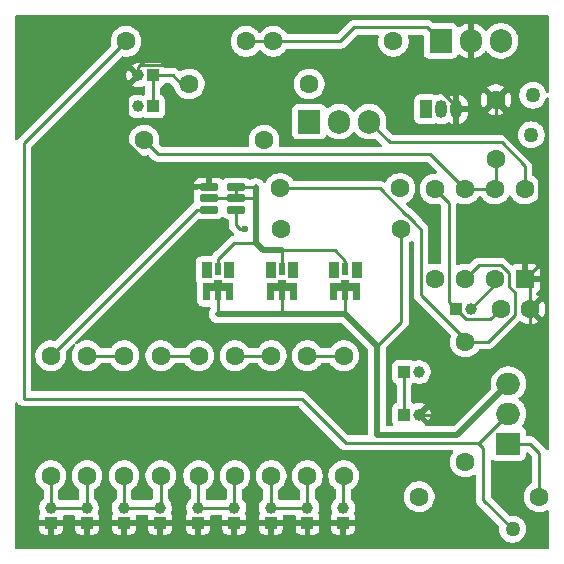
<source format=gbr>
%TF.GenerationSoftware,KiCad,Pcbnew,9.0.2*%
%TF.CreationDate,2025-07-17T21:10:21+02:00*%
%TF.ProjectId,Ligther,4c696774-6865-4722-9e6b-696361645f70,rev?*%
%TF.SameCoordinates,Original*%
%TF.FileFunction,Copper,L1,Top*%
%TF.FilePolarity,Positive*%
%FSLAX46Y46*%
G04 Gerber Fmt 4.6, Leading zero omitted, Abs format (unit mm)*
G04 Created by KiCad (PCBNEW 9.0.2) date 2025-07-17 21:10:21*
%MOMM*%
%LPD*%
G01*
G04 APERTURE LIST*
G04 Aperture macros list*
%AMRoundRect*
0 Rectangle with rounded corners*
0 $1 Rounding radius*
0 $2 $3 $4 $5 $6 $7 $8 $9 X,Y pos of 4 corners*
0 Add a 4 corners polygon primitive as box body*
4,1,4,$2,$3,$4,$5,$6,$7,$8,$9,$2,$3,0*
0 Add four circle primitives for the rounded corners*
1,1,$1+$1,$2,$3*
1,1,$1+$1,$4,$5*
1,1,$1+$1,$6,$7*
1,1,$1+$1,$8,$9*
0 Add four rect primitives between the rounded corners*
20,1,$1+$1,$2,$3,$4,$5,0*
20,1,$1+$1,$4,$5,$6,$7,0*
20,1,$1+$1,$6,$7,$8,$9,0*
20,1,$1+$1,$8,$9,$2,$3,0*%
%AMFreePoly0*
4,1,17,0.300000,0.325000,1.250000,0.325000,1.250000,-1.125000,0.650000,-1.125000,0.650000,-0.325000,0.250000,-0.325000,0.250000,-1.125000,-0.250000,-1.125000,-0.250000,-0.325000,-0.650000,-0.325000,-0.650000,-1.125000,-1.250000,-1.125000,-1.250000,0.325000,-0.300000,0.325000,-0.300000,0.575000,0.300000,0.575000,0.300000,0.325000,0.300000,0.325000,$1*%
G04 Aperture macros list end*
%TA.AperFunction,ComponentPad*%
%ADD10C,1.600000*%
%TD*%
%TA.AperFunction,SMDPad,CuDef*%
%ADD11RoundRect,0.150000X0.650000X0.150000X-0.650000X0.150000X-0.650000X-0.150000X0.650000X-0.150000X0*%
%TD*%
%TA.AperFunction,ComponentPad*%
%ADD12RoundRect,0.250000X0.550000X-0.550000X0.550000X0.550000X-0.550000X0.550000X-0.550000X-0.550000X0*%
%TD*%
%TA.AperFunction,ComponentPad*%
%ADD13O,2.000000X1.905000*%
%TD*%
%TA.AperFunction,ComponentPad*%
%ADD14R,2.000000X1.905000*%
%TD*%
%TA.AperFunction,ComponentPad*%
%ADD15O,1.050000X1.500000*%
%TD*%
%TA.AperFunction,ComponentPad*%
%ADD16R,1.050000X1.500000*%
%TD*%
%TA.AperFunction,ComponentPad*%
%ADD17O,1.905000X2.000000*%
%TD*%
%TA.AperFunction,ComponentPad*%
%ADD18R,1.905000X2.000000*%
%TD*%
%TA.AperFunction,ComponentPad*%
%ADD19C,1.000000*%
%TD*%
%TA.AperFunction,ComponentPad*%
%ADD20R,1.000000X1.000000*%
%TD*%
%TA.AperFunction,SMDPad,CuDef*%
%ADD21FreePoly0,0.000000*%
%TD*%
%TA.AperFunction,SMDPad,CuDef*%
%ADD22R,0.900000X1.350000*%
%TD*%
%TA.AperFunction,SMDPad,CuDef*%
%ADD23R,0.500000X1.050000*%
%TD*%
%TA.AperFunction,ViaPad*%
%ADD24C,1.270000*%
%TD*%
%TA.AperFunction,ViaPad*%
%ADD25C,0.600000*%
%TD*%
%TA.AperFunction,Conductor*%
%ADD26C,0.254000*%
%TD*%
%TA.AperFunction,Conductor*%
%ADD27C,0.508000*%
%TD*%
G04 APERTURE END LIST*
D10*
%TO.P,C2,1*%
%TO.N,Net-(U1-DIS)*%
X118120000Y-45560000D03*
%TO.P,C2,2*%
%TO.N,GNDPWR*%
X118120000Y-40560000D03*
%TD*%
%TO.P,R16,1*%
%TO.N,Net-(JP10-B)*%
X105230000Y-72390000D03*
%TO.P,R16,2*%
%TO.N,Net-(R15-Pad2)*%
X105230000Y-62230000D03*
%TD*%
%TO.P,R15,1*%
%TO.N,Net-(JP8-B)*%
X102170000Y-72390000D03*
%TO.P,R15,2*%
%TO.N,Net-(R15-Pad2)*%
X102170000Y-62230000D03*
%TD*%
%TO.P,R14,1*%
%TO.N,Net-(JP8-B)*%
X99100000Y-72390000D03*
%TO.P,R14,2*%
%TO.N,Net-(R13-Pad2)*%
X99100000Y-62230000D03*
%TD*%
%TO.P,R13,1*%
%TO.N,Net-(JP6-B)*%
X96030000Y-72390000D03*
%TO.P,R13,2*%
%TO.N,Net-(R13-Pad2)*%
X96030000Y-62230000D03*
%TD*%
D11*
%TO.P,U2,6,Rext*%
%TO.N,Net-(U2-Rext)*%
X93830000Y-49850000D03*
%TO.P,U2,5,OUT*%
%TO.N,/LED_C*%
X93830000Y-48900000D03*
%TO.P,U2,4,GND*%
%TO.N,GNDPWR*%
X93830000Y-47950000D03*
%TO.P,U2,3,OUT*%
%TO.N,/LED_C*%
X96130000Y-47950000D03*
%TO.P,U2,2,OUT*%
X96130000Y-48900000D03*
%TO.P,U2,1,EN*%
%TO.N,Net-(Q3-C)*%
X96130000Y-49850000D03*
%TD*%
D10*
%TO.P,U1,8,VCC*%
%TO.N,/+6V_Safe*%
X120580000Y-48120000D03*
%TO.P,U1,7,DIS*%
%TO.N,Net-(U1-DIS)*%
X118040000Y-48120000D03*
%TO.P,U1,6,THR*%
X115500000Y-48120000D03*
%TO.P,U1,5,CV*%
%TO.N,Net-(JP1-A)*%
X112960000Y-48120000D03*
%TO.P,U1,4,R*%
%TO.N,/+6V_Safe*%
X112960000Y-55740000D03*
%TO.P,U1,3,Q*%
%TO.N,Net-(U1-Q)*%
X115500000Y-55740000D03*
%TO.P,U1,2,TR*%
%TO.N,Net-(JP1-B)*%
X118040000Y-55740000D03*
D12*
%TO.P,U1,1,GND*%
%TO.N,GNDPWR*%
X120580000Y-55740000D03*
%TD*%
D10*
%TO.P,SW1,2,2*%
%TO.N,Net-(Q2-GATE)*%
X96960000Y-35620000D03*
%TO.P,SW1,1,1*%
%TO.N,+4.5V*%
X86800000Y-35620000D03*
%TD*%
%TO.P,R12,2*%
%TO.N,Net-(R11-Pad2)*%
X92950000Y-62230000D03*
%TO.P,R12,1*%
%TO.N,Net-(JP6-B)*%
X92950000Y-72390000D03*
%TD*%
%TO.P,R11,2*%
%TO.N,Net-(R11-Pad2)*%
X89750000Y-62230000D03*
%TO.P,R11,1*%
%TO.N,Net-(JP4-B)*%
X89750000Y-72390000D03*
%TD*%
%TO.P,R10,2*%
%TO.N,Net-(Q4-G)*%
X121790000Y-74160000D03*
%TO.P,R10,1*%
%TO.N,Net-(JP13-A)*%
X111630000Y-74160000D03*
%TD*%
%TO.P,R9,2*%
%TO.N,Net-(R8-Pad2)*%
X86640000Y-62230000D03*
%TO.P,R9,1*%
%TO.N,Net-(JP4-B)*%
X86640000Y-72390000D03*
%TD*%
%TO.P,R8,2*%
%TO.N,Net-(R8-Pad2)*%
X83500000Y-62230000D03*
%TO.P,R8,1*%
%TO.N,Net-(JP2-B)*%
X83500000Y-72390000D03*
%TD*%
%TO.P,R7,2*%
%TO.N,Net-(U2-Rext)*%
X80430000Y-62230000D03*
%TO.P,R7,1*%
%TO.N,Net-(JP2-B)*%
X80430000Y-72390000D03*
%TD*%
%TO.P,R6,2*%
%TO.N,Net-(D1-A)*%
X110130000Y-51480000D03*
%TO.P,R6,1*%
%TO.N,Net-(Q3-C)*%
X99970000Y-51480000D03*
%TD*%
%TO.P,R5,2*%
%TO.N,+6V*%
X98500000Y-43990000D03*
%TO.P,R5,1*%
%TO.N,Net-(U1-DIS)*%
X88340000Y-43990000D03*
%TD*%
%TO.P,R4,2*%
%TO.N,Net-(Q3-B)*%
X110010000Y-48070000D03*
%TO.P,R4,1*%
%TO.N,Net-(U1-Q)*%
X99850000Y-48070000D03*
%TD*%
%TO.P,R3,2*%
%TO.N,Net-(Q2-GATE)*%
X99280000Y-35610000D03*
%TO.P,R3,1*%
%TO.N,GND*%
X109440000Y-35610000D03*
%TD*%
%TO.P,R2,2*%
%TO.N,Net-(U1-Q)*%
X115540000Y-61050000D03*
%TO.P,R2,1*%
%TO.N,/+6V_Safe*%
X115540000Y-71210000D03*
%TD*%
%TO.P,R1,2*%
%TO.N,Net-(Q1-G)*%
X102320000Y-39220000D03*
%TO.P,R1,1*%
%TO.N,Net-(JP11-A)*%
X92160000Y-39220000D03*
%TD*%
D13*
%TO.P,Q4,3,S*%
%TO.N,Net-(D1-A)*%
X119170000Y-64590000D03*
%TO.P,Q4,2,D*%
%TO.N,+4.5V*%
X119170000Y-67130000D03*
D14*
%TO.P,Q4,1,G*%
%TO.N,Net-(Q4-G)*%
X119170000Y-69670000D03*
%TD*%
D15*
%TO.P,Q3,3,E*%
%TO.N,GNDPWR*%
X114760000Y-41360000D03*
%TO.P,Q3,2,B*%
%TO.N,Net-(Q3-B)*%
X113490000Y-41360000D03*
D16*
%TO.P,Q3,1,C*%
%TO.N,Net-(Q3-C)*%
X112220000Y-41360000D03*
%TD*%
D17*
%TO.P,Q2,3,SOURCE*%
%TO.N,GND*%
X118540000Y-35570000D03*
%TO.P,Q2,2,DRAIN*%
%TO.N,GNDPWR*%
X116000000Y-35570000D03*
D18*
%TO.P,Q2,1,GATE*%
%TO.N,Net-(Q2-GATE)*%
X113460000Y-35570000D03*
%TD*%
D17*
%TO.P,Q1,3,S*%
%TO.N,/+6V_Safe*%
X107400000Y-42420000D03*
%TO.P,Q1,2,D*%
%TO.N,+6V*%
X104860000Y-42420000D03*
D18*
%TO.P,Q1,1,G*%
%TO.N,Net-(Q1-G)*%
X102320000Y-42420000D03*
%TD*%
D19*
%TO.P,JP14,2,B*%
%TO.N,GNDPWR*%
X111610000Y-67210000D03*
D20*
%TO.P,JP14,1,A*%
%TO.N,Net-(JP13-A)*%
X110340000Y-67210000D03*
%TD*%
D19*
%TO.P,JP13,2,B*%
%TO.N,GND*%
X111610000Y-63610000D03*
D20*
%TO.P,JP13,1,A*%
%TO.N,Net-(JP13-A)*%
X110340000Y-63610000D03*
%TD*%
D19*
%TO.P,JP12,2,B*%
%TO.N,GNDPWR*%
X87830000Y-38480000D03*
D20*
%TO.P,JP12,1,A*%
%TO.N,Net-(JP11-A)*%
X89100000Y-38480000D03*
%TD*%
D19*
%TO.P,JP11,2,B*%
%TO.N,GND*%
X87810000Y-41120000D03*
D20*
%TO.P,JP11,1,A*%
%TO.N,Net-(JP11-A)*%
X89080000Y-41120000D03*
%TD*%
D19*
%TO.P,JP10,2,B*%
%TO.N,Net-(JP10-B)*%
X105190000Y-75100000D03*
D20*
%TO.P,JP10,1,A*%
%TO.N,GNDPWR*%
X105190000Y-76370000D03*
%TD*%
D19*
%TO.P,JP9,2,B*%
%TO.N,Net-(JP8-B)*%
X102170000Y-75100000D03*
D20*
%TO.P,JP9,1,A*%
%TO.N,GNDPWR*%
X102170000Y-76370000D03*
%TD*%
D19*
%TO.P,JP8,2,B*%
%TO.N,Net-(JP8-B)*%
X99060000Y-75100000D03*
D20*
%TO.P,JP8,1,A*%
%TO.N,GNDPWR*%
X99060000Y-76370000D03*
%TD*%
D19*
%TO.P,JP7,2,B*%
%TO.N,Net-(JP6-B)*%
X95970000Y-75100000D03*
D20*
%TO.P,JP7,1,A*%
%TO.N,GNDPWR*%
X95970000Y-76370000D03*
%TD*%
D19*
%TO.P,JP6,2,B*%
%TO.N,Net-(JP6-B)*%
X92910000Y-75100000D03*
D20*
%TO.P,JP6,1,A*%
%TO.N,GNDPWR*%
X92910000Y-76370000D03*
%TD*%
D19*
%TO.P,JP5,2,B*%
%TO.N,Net-(JP4-B)*%
X89690000Y-75100000D03*
D20*
%TO.P,JP5,1,A*%
%TO.N,GNDPWR*%
X89690000Y-76370000D03*
%TD*%
D19*
%TO.P,JP4,2,B*%
%TO.N,Net-(JP4-B)*%
X86620000Y-75100000D03*
D20*
%TO.P,JP4,1,A*%
%TO.N,GNDPWR*%
X86620000Y-76370000D03*
%TD*%
D19*
%TO.P,JP3,2,B*%
%TO.N,Net-(JP2-B)*%
X83490000Y-75100000D03*
D20*
%TO.P,JP3,1,A*%
%TO.N,GNDPWR*%
X83490000Y-76370000D03*
%TD*%
D19*
%TO.P,JP2,2,B*%
%TO.N,Net-(JP2-B)*%
X80450000Y-75100000D03*
D20*
%TO.P,JP2,1,A*%
%TO.N,GNDPWR*%
X80450000Y-76370000D03*
%TD*%
D19*
%TO.P,JP1,2,B*%
%TO.N,Net-(JP1-B)*%
X115975000Y-58250000D03*
D20*
%TO.P,JP1,1,A*%
%TO.N,Net-(JP1-A)*%
X114705000Y-58250000D03*
%TD*%
D21*
%TO.P,D3,4,A*%
%TO.N,Net-(D1-A)*%
X94600000Y-56450000D03*
D22*
%TO.P,D3,3,B*%
%TO.N,unconnected-(D3-B-Pad3)*%
X95550000Y-55000000D03*
D23*
%TO.P,D3,2,R*%
%TO.N,/LED_C*%
X94600000Y-54850000D03*
D22*
%TO.P,D3,1,T*%
%TO.N,unconnected-(D3-T-Pad1)*%
X93650000Y-55000000D03*
%TD*%
D21*
%TO.P,D2,4,A*%
%TO.N,Net-(D1-A)*%
X105380000Y-56450000D03*
D22*
%TO.P,D2,3,B*%
%TO.N,unconnected-(D2-B-Pad3)*%
X106330000Y-55000000D03*
D23*
%TO.P,D2,2,R*%
%TO.N,/LED_C*%
X105380000Y-54850000D03*
D22*
%TO.P,D2,1,T*%
%TO.N,unconnected-(D2-T-Pad1)*%
X104430000Y-55000000D03*
%TD*%
D21*
%TO.P,D1,4,A*%
%TO.N,Net-(D1-A)*%
X100000000Y-56450000D03*
D22*
%TO.P,D1,3,B*%
%TO.N,unconnected-(D1-B-Pad3)*%
X100950000Y-55000000D03*
D23*
%TO.P,D1,2,R*%
%TO.N,/LED_C*%
X100000000Y-54850000D03*
D22*
%TO.P,D1,1,T*%
%TO.N,unconnected-(D1-T-Pad1)*%
X99050000Y-55000000D03*
%TD*%
D10*
%TO.P,C1,2*%
%TO.N,GNDPWR*%
X121020000Y-58270000D03*
%TO.P,C1,1*%
%TO.N,Net-(JP1-A)*%
X118520000Y-58270000D03*
%TD*%
D24*
%TO.N,GND*%
X121250000Y-40170000D03*
%TO.N,+4.5V*%
X119530000Y-76910000D03*
D25*
%TO.N,Net-(Q3-C)*%
X96920000Y-51480000D03*
D24*
%TO.N,+6V*%
X121120000Y-43530000D03*
%TD*%
D26*
%TO.N,GNDPWR*%
X121762000Y-54558000D02*
X120580000Y-55740000D01*
X118120000Y-42800000D02*
X121762000Y-46442000D01*
X121762000Y-46442000D02*
X121762000Y-54558000D01*
X118120000Y-40560000D02*
X118120000Y-42800000D01*
%TO.N,+4.5V*%
X117060000Y-70070000D02*
X116590000Y-69600000D01*
X119530000Y-76910000D02*
X117060000Y-74440000D01*
X117060000Y-74440000D02*
X117060000Y-70070000D01*
X116590000Y-69600000D02*
X105398399Y-69600000D01*
%TO.N,Net-(JP13-A)*%
X110340000Y-67210000D02*
X110340000Y-63610000D01*
%TO.N,GNDPWR*%
X114760000Y-41100000D02*
X114760000Y-41360000D01*
X111258000Y-37598000D02*
X114760000Y-41100000D01*
X88004894Y-37598000D02*
X111258000Y-37598000D01*
X87830000Y-37772894D02*
X88004894Y-37598000D01*
X87830000Y-38480000D02*
X87830000Y-37772894D01*
X114770000Y-41370000D02*
X114760000Y-41360000D01*
X117310000Y-41370000D02*
X114770000Y-41370000D01*
X118120000Y-40560000D02*
X117310000Y-41370000D01*
%TO.N,+4.5V*%
X78170000Y-65880000D02*
X78170000Y-44250000D01*
X101678399Y-65880000D02*
X78170000Y-65880000D01*
X78170000Y-44250000D02*
X86800000Y-35620000D01*
X105398399Y-69600000D02*
X101678399Y-65880000D01*
X116700000Y-69600000D02*
X116590000Y-69600000D01*
X119170000Y-67130000D02*
X116700000Y-69600000D01*
%TO.N,Net-(JP8-B)*%
X99060000Y-75080000D02*
X102170000Y-75080000D01*
%TO.N,Net-(JP6-B)*%
X92930000Y-75080000D02*
X92910000Y-75100000D01*
X95970000Y-75080000D02*
X92930000Y-75080000D01*
%TO.N,Net-(JP4-B)*%
X86630000Y-75100000D02*
X89740000Y-75100000D01*
%TO.N,Net-(JP2-B)*%
X80450000Y-75100000D02*
X83490000Y-75100000D01*
%TO.N,Net-(D1-A)*%
X110130000Y-59350000D02*
X108050000Y-61430000D01*
X110130000Y-51480000D02*
X110130000Y-59350000D01*
%TO.N,Net-(U1-Q)*%
X108310000Y-48070000D02*
X99850000Y-48070000D01*
X111778000Y-51538000D02*
X111312000Y-51072000D01*
X110619601Y-50298000D02*
X110538000Y-50298000D01*
X110538000Y-50298000D02*
X108310000Y-48070000D01*
X111778000Y-57087000D02*
X111778000Y-51538000D01*
X111312000Y-51072000D02*
X111312000Y-50990399D01*
X115540000Y-60849000D02*
X111778000Y-57087000D01*
X111312000Y-50990399D02*
X110619601Y-50298000D01*
X115540000Y-61050000D02*
X115540000Y-60849000D01*
%TO.N,GNDPWR*%
X86928000Y-44249601D02*
X86928000Y-39382000D01*
X90628399Y-47950000D02*
X86928000Y-44249601D01*
X93830000Y-47950000D02*
X90628399Y-47950000D01*
X86928000Y-39382000D02*
X87830000Y-38480000D01*
%TO.N,Net-(JP11-A)*%
X89080000Y-38500000D02*
X89100000Y-38480000D01*
X89080000Y-41120000D02*
X89080000Y-38500000D01*
X90750000Y-38480000D02*
X89100000Y-38480000D01*
X91490000Y-39220000D02*
X90750000Y-38480000D01*
X92160000Y-39220000D02*
X91490000Y-39220000D01*
%TO.N,Net-(U1-DIS)*%
X112552000Y-45172000D02*
X115500000Y-48120000D01*
X89522000Y-45172000D02*
X112552000Y-45172000D01*
X88340000Y-43990000D02*
X89522000Y-45172000D01*
%TO.N,/+6V_Safe*%
X120580000Y-46130000D02*
X118600000Y-44150000D01*
X120580000Y-48120000D02*
X120580000Y-46130000D01*
X109130000Y-44150000D02*
X118600000Y-44150000D01*
X107400000Y-42420000D02*
X109130000Y-44150000D01*
%TO.N,Net-(Q3-C)*%
X96130000Y-51170000D02*
X96130000Y-49850000D01*
X96440000Y-51480000D02*
X96130000Y-51170000D01*
X96920000Y-51480000D02*
X96440000Y-51480000D01*
%TO.N,Net-(R15-Pad2)*%
X102170000Y-62230000D02*
X105230000Y-62230000D01*
%TO.N,Net-(R13-Pad2)*%
X96030000Y-62230000D02*
X99100000Y-62230000D01*
%TO.N,Net-(R11-Pad2)*%
X89750000Y-62230000D02*
X92950000Y-62230000D01*
%TO.N,Net-(R8-Pad2)*%
X83500000Y-62230000D02*
X86640000Y-62230000D01*
D27*
%TO.N,Net-(D1-A)*%
X105330000Y-58710000D02*
X105320000Y-58710000D01*
X108050000Y-68930000D02*
X108050000Y-61430000D01*
X108050000Y-61430000D02*
X105330000Y-58710000D01*
X114830000Y-68930000D02*
X108050000Y-68930000D01*
X119170000Y-64590000D02*
X114830000Y-68930000D01*
D26*
X105380000Y-58650000D02*
X105320000Y-58710000D01*
X105380000Y-56450000D02*
X105380000Y-58650000D01*
D27*
X105320000Y-58710000D02*
X100010000Y-58710000D01*
D26*
X100000000Y-58700000D02*
X100010000Y-58710000D01*
X100000000Y-56450000D02*
X100000000Y-58700000D01*
D27*
X100010000Y-58710000D02*
X94570000Y-58710000D01*
D26*
X94600000Y-58680000D02*
X94570000Y-58710000D01*
X94600000Y-56450000D02*
X94600000Y-58680000D01*
%TO.N,GNDPWR*%
X121020000Y-60480000D02*
X121020000Y-58270000D01*
X114290000Y-67210000D02*
X121020000Y-60480000D01*
X111610000Y-67210000D02*
X114290000Y-67210000D01*
%TO.N,Net-(U1-Q)*%
X116682000Y-54558000D02*
X115500000Y-55740000D01*
X118529601Y-54558000D02*
X116682000Y-54558000D01*
X119222000Y-55250399D02*
X118529601Y-54558000D01*
X119702000Y-56862710D02*
X119222000Y-56382710D01*
X119702000Y-58759601D02*
X119702000Y-56862710D01*
X117411601Y-61050000D02*
X119702000Y-58759601D01*
X119222000Y-56382710D02*
X119222000Y-55250399D01*
X115540000Y-61050000D02*
X117411601Y-61050000D01*
%TO.N,GNDPWR*%
X121020000Y-58270000D02*
X121020000Y-56180000D01*
X121020000Y-56180000D02*
X120580000Y-55740000D01*
%TO.N,Net-(JP1-B)*%
X118040000Y-56185000D02*
X118040000Y-55740000D01*
X115975000Y-58250000D02*
X118040000Y-56185000D01*
%TO.N,Net-(JP1-A)*%
X117658000Y-59132000D02*
X115587000Y-59132000D01*
X118520000Y-58270000D02*
X117658000Y-59132000D01*
X115587000Y-59132000D02*
X114705000Y-58250000D01*
X114142000Y-57687000D02*
X114705000Y-58250000D01*
X112960000Y-48120000D02*
X114142000Y-49302000D01*
X114142000Y-49302000D02*
X114142000Y-57687000D01*
%TO.N,Net-(U1-DIS)*%
X115500000Y-48120000D02*
X118040000Y-48120000D01*
X118120000Y-48040000D02*
X118040000Y-48120000D01*
X118120000Y-45560000D02*
X118120000Y-48040000D01*
%TO.N,GNDPWR*%
X116000000Y-38440000D02*
X118120000Y-40560000D01*
X116000000Y-35570000D02*
X116000000Y-38440000D01*
%TO.N,Net-(Q2-GATE)*%
X112318000Y-34428000D02*
X113460000Y-35570000D01*
X106122000Y-34428000D02*
X112318000Y-34428000D01*
X104940000Y-35610000D02*
X106122000Y-34428000D01*
X99280000Y-35610000D02*
X104940000Y-35610000D01*
X96960000Y-35620000D02*
X99270000Y-35620000D01*
X99270000Y-35620000D02*
X99280000Y-35610000D01*
%TO.N,Net-(Q4-G)*%
X121790000Y-70470000D02*
X121790000Y-74160000D01*
X121810000Y-70450000D02*
X121790000Y-70470000D01*
X121030000Y-69670000D02*
X121810000Y-70450000D01*
X119170000Y-69670000D02*
X121030000Y-69670000D01*
%TO.N,/LED_C*%
X97760000Y-48900000D02*
X97780000Y-48880000D01*
D27*
X97780000Y-48880000D02*
X97780000Y-52710000D01*
D26*
X96130000Y-48900000D02*
X97760000Y-48900000D01*
X96130000Y-47950000D02*
X97780000Y-47950000D01*
X95951000Y-52710000D02*
X97780000Y-52710000D01*
X94600000Y-54850000D02*
X94600000Y-54061000D01*
X94600000Y-54061000D02*
X95951000Y-52710000D01*
D27*
X98390000Y-53320000D02*
X100000000Y-53320000D01*
X97780000Y-52710000D02*
X98390000Y-53320000D01*
X97780000Y-47950000D02*
X97780000Y-48880000D01*
D26*
X100000000Y-53320000D02*
X100000000Y-54850000D01*
X104480000Y-53310000D02*
X99990000Y-53310000D01*
X105380000Y-54210000D02*
X104480000Y-53310000D01*
X99990000Y-53310000D02*
X100000000Y-53320000D01*
X105380000Y-54850000D02*
X105380000Y-54210000D01*
X96130000Y-47950000D02*
X96130000Y-48900000D01*
X93830000Y-48900000D02*
X96130000Y-48900000D01*
%TO.N,Net-(U2-Rext)*%
X92810000Y-49850000D02*
X80430000Y-62230000D01*
X93830000Y-49850000D02*
X92810000Y-49850000D01*
%TO.N,Net-(JP10-B)*%
X105190000Y-72430000D02*
X105230000Y-72390000D01*
X105190000Y-75080000D02*
X105190000Y-72430000D01*
%TO.N,Net-(JP8-B)*%
X102170000Y-75080000D02*
X102170000Y-72390000D01*
X99060000Y-72430000D02*
X99100000Y-72390000D01*
X99060000Y-75080000D02*
X99060000Y-72430000D01*
%TO.N,Net-(JP6-B)*%
X95970000Y-72450000D02*
X96030000Y-72390000D01*
X95970000Y-75080000D02*
X95970000Y-72450000D01*
X92910000Y-72430000D02*
X92950000Y-72390000D01*
X92910000Y-75100000D02*
X92910000Y-72430000D01*
%TO.N,Net-(JP4-B)*%
X89740000Y-72400000D02*
X89750000Y-72390000D01*
X89740000Y-75100000D02*
X89740000Y-72400000D01*
X86630000Y-72400000D02*
X86640000Y-72390000D01*
X86630000Y-75100000D02*
X86630000Y-72400000D01*
%TO.N,Net-(JP2-B)*%
X83490000Y-72400000D02*
X83500000Y-72390000D01*
X83490000Y-75100000D02*
X83490000Y-72400000D01*
X80450000Y-72410000D02*
X80430000Y-72390000D01*
X80450000Y-75100000D02*
X80450000Y-72410000D01*
%TO.N,GNDPWR*%
X102170000Y-76350000D02*
X105190000Y-76350000D01*
X99060000Y-76350000D02*
X102170000Y-76350000D01*
X95970000Y-76350000D02*
X99060000Y-76350000D01*
X95950000Y-76370000D02*
X95970000Y-76350000D01*
X92910000Y-76370000D02*
X95950000Y-76370000D01*
X86630000Y-76370000D02*
X89740000Y-76370000D01*
X83490000Y-76370000D02*
X86630000Y-76370000D01*
X80450000Y-76370000D02*
X83490000Y-76370000D01*
%TD*%
%TA.AperFunction,Conductor*%
%TO.N,GNDPWR*%
G36*
X77605703Y-66172892D02*
G01*
X77627602Y-66197715D01*
X77682585Y-66280003D01*
X77682591Y-66280011D01*
X77769988Y-66367408D01*
X77769992Y-66367411D01*
X77872760Y-66436079D01*
X77872773Y-66436086D01*
X77986960Y-66483383D01*
X77986965Y-66483385D01*
X77986969Y-66483385D01*
X77986970Y-66483386D01*
X78108194Y-66507500D01*
X78108197Y-66507500D01*
X101367118Y-66507500D01*
X101434157Y-66527185D01*
X101454799Y-66543819D01*
X104998384Y-70087406D01*
X104998391Y-70087412D01*
X105101155Y-70156076D01*
X105101158Y-70156077D01*
X105101166Y-70156083D01*
X105101172Y-70156085D01*
X105101173Y-70156086D01*
X105178552Y-70188137D01*
X105215364Y-70203385D01*
X105215368Y-70203385D01*
X105215369Y-70203386D01*
X105336592Y-70227500D01*
X105336595Y-70227500D01*
X105336596Y-70227500D01*
X114402958Y-70227500D01*
X114469997Y-70247185D01*
X114515752Y-70299989D01*
X114525696Y-70369147D01*
X114503276Y-70424385D01*
X114427715Y-70528386D01*
X114334781Y-70710776D01*
X114271522Y-70905465D01*
X114239500Y-71107648D01*
X114239500Y-71312351D01*
X114271522Y-71514534D01*
X114334781Y-71709223D01*
X114398691Y-71834653D01*
X114427288Y-71890776D01*
X114427715Y-71891613D01*
X114548028Y-72057213D01*
X114692786Y-72201971D01*
X114844387Y-72312113D01*
X114858390Y-72322287D01*
X114974607Y-72381503D01*
X115040776Y-72415218D01*
X115040778Y-72415218D01*
X115040781Y-72415220D01*
X115145137Y-72449127D01*
X115235465Y-72478477D01*
X115323068Y-72492352D01*
X115437648Y-72510500D01*
X115437649Y-72510500D01*
X115642351Y-72510500D01*
X115642352Y-72510500D01*
X115844534Y-72478477D01*
X116039219Y-72415220D01*
X116221610Y-72322287D01*
X116235613Y-72312112D01*
X116301419Y-72288632D01*
X116369473Y-72304456D01*
X116418169Y-72354561D01*
X116432500Y-72412430D01*
X116432500Y-74501807D01*
X116456612Y-74623027D01*
X116456614Y-74623035D01*
X116480207Y-74679993D01*
X116503915Y-74737229D01*
X116503920Y-74737238D01*
X116547706Y-74802768D01*
X116547707Y-74802769D01*
X116572590Y-74840010D01*
X116572591Y-74840011D01*
X118371525Y-76638944D01*
X118405010Y-76700267D01*
X118406317Y-76746022D01*
X118394500Y-76820633D01*
X118394500Y-76999365D01*
X118422460Y-77175898D01*
X118422460Y-77175901D01*
X118477689Y-77345878D01*
X118477691Y-77345881D01*
X118558833Y-77505132D01*
X118663889Y-77649728D01*
X118790272Y-77776111D01*
X118934868Y-77881167D01*
X119094119Y-77962309D01*
X119094121Y-77962310D01*
X119252670Y-78013825D01*
X119264103Y-78017540D01*
X119440634Y-78045500D01*
X119440635Y-78045500D01*
X119619365Y-78045500D01*
X119619366Y-78045500D01*
X119795897Y-78017540D01*
X119795900Y-78017539D01*
X119795901Y-78017539D01*
X119965878Y-77962310D01*
X119965878Y-77962309D01*
X119965881Y-77962309D01*
X120125132Y-77881167D01*
X120269728Y-77776111D01*
X120396111Y-77649728D01*
X120501167Y-77505132D01*
X120582309Y-77345881D01*
X120637540Y-77175897D01*
X120665500Y-76999366D01*
X120665500Y-76820634D01*
X120637540Y-76644103D01*
X120637539Y-76644099D01*
X120637539Y-76644098D01*
X120582310Y-76474121D01*
X120582308Y-76474118D01*
X120551059Y-76412787D01*
X120501167Y-76314868D01*
X120396111Y-76170272D01*
X120269728Y-76043889D01*
X120125132Y-75938833D01*
X119965881Y-75857691D01*
X119965878Y-75857689D01*
X119795899Y-75802460D01*
X119678209Y-75783820D01*
X119619366Y-75774500D01*
X119440634Y-75774500D01*
X119366022Y-75786317D01*
X119296729Y-75777362D01*
X119258944Y-75751525D01*
X117723819Y-74216400D01*
X117690334Y-74155077D01*
X117687500Y-74128719D01*
X117687500Y-71134227D01*
X117707185Y-71067188D01*
X117759989Y-71021433D01*
X117829147Y-71011489D01*
X117885809Y-71034959D01*
X117927665Y-71066293D01*
X117927668Y-71066295D01*
X117927671Y-71066297D01*
X118062517Y-71116591D01*
X118062516Y-71116591D01*
X118069444Y-71117335D01*
X118122127Y-71123000D01*
X120217872Y-71122999D01*
X120277483Y-71116591D01*
X120412331Y-71066296D01*
X120527546Y-70980046D01*
X120613796Y-70864831D01*
X120664091Y-70729983D01*
X120670500Y-70670373D01*
X120670500Y-70497281D01*
X120690185Y-70430242D01*
X120742989Y-70384487D01*
X120812147Y-70374543D01*
X120875703Y-70403568D01*
X120882181Y-70409600D01*
X121126181Y-70653600D01*
X121159666Y-70714923D01*
X121162500Y-70741281D01*
X121162500Y-72945218D01*
X121142815Y-73012257D01*
X121111385Y-73045536D01*
X120942787Y-73168028D01*
X120942782Y-73168032D01*
X120798028Y-73312786D01*
X120677715Y-73478386D01*
X120584781Y-73660776D01*
X120521522Y-73855465D01*
X120489500Y-74057648D01*
X120489500Y-74262351D01*
X120521522Y-74464534D01*
X120584781Y-74659223D01*
X120648691Y-74784653D01*
X120676898Y-74840011D01*
X120677715Y-74841613D01*
X120798028Y-75007213D01*
X120942786Y-75151971D01*
X121097749Y-75264556D01*
X121108390Y-75272287D01*
X121224607Y-75331503D01*
X121290776Y-75365218D01*
X121290778Y-75365218D01*
X121290781Y-75365220D01*
X121372675Y-75391829D01*
X121485465Y-75428477D01*
X121586557Y-75444488D01*
X121687648Y-75460500D01*
X121687649Y-75460500D01*
X121892351Y-75460500D01*
X121892352Y-75460500D01*
X122094534Y-75428477D01*
X122289219Y-75365220D01*
X122289224Y-75365217D01*
X122289228Y-75365216D01*
X122419205Y-75298989D01*
X122487874Y-75286092D01*
X122552614Y-75312368D01*
X122592872Y-75369474D01*
X122599500Y-75409473D01*
X122599500Y-78475500D01*
X122579815Y-78542539D01*
X122527011Y-78588294D01*
X122475500Y-78599500D01*
X77524500Y-78599500D01*
X77457461Y-78579815D01*
X77411706Y-78527011D01*
X77400500Y-78475500D01*
X77400500Y-76917844D01*
X79450000Y-76917844D01*
X79456401Y-76977372D01*
X79456403Y-76977379D01*
X79506645Y-77112086D01*
X79506649Y-77112093D01*
X79592809Y-77227187D01*
X79592812Y-77227190D01*
X79707906Y-77313350D01*
X79707913Y-77313354D01*
X79842620Y-77363596D01*
X79842627Y-77363598D01*
X79902155Y-77369999D01*
X79902172Y-77370000D01*
X80200000Y-77370000D01*
X80700000Y-77370000D01*
X80997828Y-77370000D01*
X80997844Y-77369999D01*
X81057372Y-77363598D01*
X81057379Y-77363596D01*
X81192086Y-77313354D01*
X81192093Y-77313350D01*
X81307187Y-77227190D01*
X81307190Y-77227187D01*
X81393350Y-77112093D01*
X81393354Y-77112086D01*
X81443596Y-76977379D01*
X81443598Y-76977372D01*
X81449999Y-76917844D01*
X82490000Y-76917844D01*
X82496401Y-76977372D01*
X82496403Y-76977379D01*
X82546645Y-77112086D01*
X82546649Y-77112093D01*
X82632809Y-77227187D01*
X82632812Y-77227190D01*
X82747906Y-77313350D01*
X82747913Y-77313354D01*
X82882620Y-77363596D01*
X82882627Y-77363598D01*
X82942155Y-77369999D01*
X82942172Y-77370000D01*
X83240000Y-77370000D01*
X83740000Y-77370000D01*
X84037828Y-77370000D01*
X84037844Y-77369999D01*
X84097372Y-77363598D01*
X84097379Y-77363596D01*
X84232086Y-77313354D01*
X84232093Y-77313350D01*
X84347187Y-77227190D01*
X84347190Y-77227187D01*
X84433350Y-77112093D01*
X84433354Y-77112086D01*
X84483596Y-76977379D01*
X84483598Y-76977372D01*
X84489999Y-76917844D01*
X85620000Y-76917844D01*
X85626401Y-76977372D01*
X85626403Y-76977379D01*
X85676645Y-77112086D01*
X85676649Y-77112093D01*
X85762809Y-77227187D01*
X85762812Y-77227190D01*
X85877906Y-77313350D01*
X85877913Y-77313354D01*
X86012620Y-77363596D01*
X86012627Y-77363598D01*
X86072155Y-77369999D01*
X86072172Y-77370000D01*
X86370000Y-77370000D01*
X86870000Y-77370000D01*
X87167828Y-77370000D01*
X87167844Y-77369999D01*
X87227372Y-77363598D01*
X87227379Y-77363596D01*
X87362086Y-77313354D01*
X87362093Y-77313350D01*
X87477187Y-77227190D01*
X87477190Y-77227187D01*
X87563350Y-77112093D01*
X87563354Y-77112086D01*
X87613596Y-76977379D01*
X87613598Y-76977372D01*
X87619999Y-76917844D01*
X88690000Y-76917844D01*
X88696401Y-76977372D01*
X88696403Y-76977379D01*
X88746645Y-77112086D01*
X88746649Y-77112093D01*
X88832809Y-77227187D01*
X88832812Y-77227190D01*
X88947906Y-77313350D01*
X88947913Y-77313354D01*
X89082620Y-77363596D01*
X89082627Y-77363598D01*
X89142155Y-77369999D01*
X89142172Y-77370000D01*
X89440000Y-77370000D01*
X89940000Y-77370000D01*
X90237828Y-77370000D01*
X90237844Y-77369999D01*
X90297372Y-77363598D01*
X90297379Y-77363596D01*
X90432086Y-77313354D01*
X90432093Y-77313350D01*
X90547187Y-77227190D01*
X90547190Y-77227187D01*
X90633350Y-77112093D01*
X90633354Y-77112086D01*
X90683596Y-76977379D01*
X90683598Y-76977372D01*
X90689999Y-76917844D01*
X91910000Y-76917844D01*
X91916401Y-76977372D01*
X91916403Y-76977379D01*
X91966645Y-77112086D01*
X91966649Y-77112093D01*
X92052809Y-77227187D01*
X92052812Y-77227190D01*
X92167906Y-77313350D01*
X92167913Y-77313354D01*
X92302620Y-77363596D01*
X92302627Y-77363598D01*
X92362155Y-77369999D01*
X92362172Y-77370000D01*
X92660000Y-77370000D01*
X93160000Y-77370000D01*
X93457828Y-77370000D01*
X93457844Y-77369999D01*
X93517372Y-77363598D01*
X93517379Y-77363596D01*
X93652086Y-77313354D01*
X93652093Y-77313350D01*
X93767187Y-77227190D01*
X93767190Y-77227187D01*
X93853350Y-77112093D01*
X93853354Y-77112086D01*
X93903596Y-76977379D01*
X93903598Y-76977372D01*
X93909999Y-76917844D01*
X94970000Y-76917844D01*
X94976401Y-76977372D01*
X94976403Y-76977379D01*
X95026645Y-77112086D01*
X95026649Y-77112093D01*
X95112809Y-77227187D01*
X95112812Y-77227190D01*
X95227906Y-77313350D01*
X95227913Y-77313354D01*
X95362620Y-77363596D01*
X95362627Y-77363598D01*
X95422155Y-77369999D01*
X95422172Y-77370000D01*
X95720000Y-77370000D01*
X96220000Y-77370000D01*
X96517828Y-77370000D01*
X96517844Y-77369999D01*
X96577372Y-77363598D01*
X96577379Y-77363596D01*
X96712086Y-77313354D01*
X96712093Y-77313350D01*
X96827187Y-77227190D01*
X96827190Y-77227187D01*
X96913350Y-77112093D01*
X96913354Y-77112086D01*
X96963596Y-76977379D01*
X96963598Y-76977372D01*
X96969999Y-76917844D01*
X98060000Y-76917844D01*
X98066401Y-76977372D01*
X98066403Y-76977379D01*
X98116645Y-77112086D01*
X98116649Y-77112093D01*
X98202809Y-77227187D01*
X98202812Y-77227190D01*
X98317906Y-77313350D01*
X98317913Y-77313354D01*
X98452620Y-77363596D01*
X98452627Y-77363598D01*
X98512155Y-77369999D01*
X98512172Y-77370000D01*
X98810000Y-77370000D01*
X99310000Y-77370000D01*
X99607828Y-77370000D01*
X99607844Y-77369999D01*
X99667372Y-77363598D01*
X99667379Y-77363596D01*
X99802086Y-77313354D01*
X99802093Y-77313350D01*
X99917187Y-77227190D01*
X99917190Y-77227187D01*
X100003350Y-77112093D01*
X100003354Y-77112086D01*
X100053596Y-76977379D01*
X100053598Y-76977372D01*
X100059999Y-76917844D01*
X101170000Y-76917844D01*
X101176401Y-76977372D01*
X101176403Y-76977379D01*
X101226645Y-77112086D01*
X101226649Y-77112093D01*
X101312809Y-77227187D01*
X101312812Y-77227190D01*
X101427906Y-77313350D01*
X101427913Y-77313354D01*
X101562620Y-77363596D01*
X101562627Y-77363598D01*
X101622155Y-77369999D01*
X101622172Y-77370000D01*
X101920000Y-77370000D01*
X102420000Y-77370000D01*
X102717828Y-77370000D01*
X102717844Y-77369999D01*
X102777372Y-77363598D01*
X102777379Y-77363596D01*
X102912086Y-77313354D01*
X102912093Y-77313350D01*
X103027187Y-77227190D01*
X103027190Y-77227187D01*
X103113350Y-77112093D01*
X103113354Y-77112086D01*
X103163596Y-76977379D01*
X103163598Y-76977372D01*
X103169999Y-76917844D01*
X104190000Y-76917844D01*
X104196401Y-76977372D01*
X104196403Y-76977379D01*
X104246645Y-77112086D01*
X104246649Y-77112093D01*
X104332809Y-77227187D01*
X104332812Y-77227190D01*
X104447906Y-77313350D01*
X104447913Y-77313354D01*
X104582620Y-77363596D01*
X104582627Y-77363598D01*
X104642155Y-77369999D01*
X104642172Y-77370000D01*
X104940000Y-77370000D01*
X105440000Y-77370000D01*
X105737828Y-77370000D01*
X105737844Y-77369999D01*
X105797372Y-77363598D01*
X105797379Y-77363596D01*
X105932086Y-77313354D01*
X105932093Y-77313350D01*
X106047187Y-77227190D01*
X106047190Y-77227187D01*
X106133350Y-77112093D01*
X106133354Y-77112086D01*
X106183596Y-76977379D01*
X106183598Y-76977372D01*
X106189999Y-76917844D01*
X106190000Y-76917827D01*
X106190000Y-76620000D01*
X105440000Y-76620000D01*
X105440000Y-77370000D01*
X104940000Y-77370000D01*
X104940000Y-76620000D01*
X104190000Y-76620000D01*
X104190000Y-76917844D01*
X103169999Y-76917844D01*
X103170000Y-76917827D01*
X103170000Y-76620000D01*
X102420000Y-76620000D01*
X102420000Y-77370000D01*
X101920000Y-77370000D01*
X101920000Y-76620000D01*
X101170000Y-76620000D01*
X101170000Y-76917844D01*
X100059999Y-76917844D01*
X100060000Y-76917827D01*
X100060000Y-76620000D01*
X99310000Y-76620000D01*
X99310000Y-77370000D01*
X98810000Y-77370000D01*
X98810000Y-76620000D01*
X98060000Y-76620000D01*
X98060000Y-76917844D01*
X96969999Y-76917844D01*
X96970000Y-76917827D01*
X96970000Y-76620000D01*
X96220000Y-76620000D01*
X96220000Y-77370000D01*
X95720000Y-77370000D01*
X95720000Y-76620000D01*
X94970000Y-76620000D01*
X94970000Y-76917844D01*
X93909999Y-76917844D01*
X93910000Y-76917827D01*
X93910000Y-76620000D01*
X93160000Y-76620000D01*
X93160000Y-77370000D01*
X92660000Y-77370000D01*
X92660000Y-76620000D01*
X91910000Y-76620000D01*
X91910000Y-76917844D01*
X90689999Y-76917844D01*
X90690000Y-76917827D01*
X90690000Y-76620000D01*
X89940000Y-76620000D01*
X89940000Y-77370000D01*
X89440000Y-77370000D01*
X89440000Y-76620000D01*
X88690000Y-76620000D01*
X88690000Y-76917844D01*
X87619999Y-76917844D01*
X87620000Y-76917827D01*
X87620000Y-76620000D01*
X86870000Y-76620000D01*
X86870000Y-77370000D01*
X86370000Y-77370000D01*
X86370000Y-76620000D01*
X85620000Y-76620000D01*
X85620000Y-76917844D01*
X84489999Y-76917844D01*
X84490000Y-76917827D01*
X84490000Y-76620000D01*
X83740000Y-76620000D01*
X83740000Y-77370000D01*
X83240000Y-77370000D01*
X83240000Y-76620000D01*
X82490000Y-76620000D01*
X82490000Y-76917844D01*
X81449999Y-76917844D01*
X81450000Y-76917827D01*
X81450000Y-76620000D01*
X80700000Y-76620000D01*
X80700000Y-77370000D01*
X80200000Y-77370000D01*
X80200000Y-76620000D01*
X79450000Y-76620000D01*
X79450000Y-76917844D01*
X77400500Y-76917844D01*
X77400500Y-72287648D01*
X79129500Y-72287648D01*
X79129500Y-72492351D01*
X79161522Y-72694534D01*
X79224781Y-72889223D01*
X79317715Y-73071613D01*
X79438028Y-73237213D01*
X79438034Y-73237219D01*
X79582781Y-73381966D01*
X79748390Y-73502287D01*
X79754789Y-73505547D01*
X79805587Y-73553517D01*
X79822500Y-73616034D01*
X79822500Y-74261216D01*
X79802815Y-74328255D01*
X79786181Y-74348897D01*
X79672863Y-74462214D01*
X79672860Y-74462218D01*
X79563371Y-74626079D01*
X79563364Y-74626092D01*
X79487950Y-74808160D01*
X79487947Y-74808170D01*
X79449500Y-75001456D01*
X79449500Y-75001459D01*
X79449500Y-75198541D01*
X79449500Y-75198543D01*
X79449499Y-75198543D01*
X79487947Y-75391829D01*
X79487950Y-75391839D01*
X79530540Y-75494660D01*
X79538009Y-75564129D01*
X79515248Y-75616420D01*
X79506648Y-75627908D01*
X79506645Y-75627913D01*
X79456403Y-75762620D01*
X79456401Y-75762627D01*
X79450000Y-75822155D01*
X79450000Y-76120000D01*
X80240382Y-76120000D01*
X80189936Y-76170446D01*
X80147149Y-76244555D01*
X80125000Y-76327213D01*
X80125000Y-76412787D01*
X80147149Y-76495445D01*
X80189936Y-76569554D01*
X80250446Y-76630064D01*
X80324555Y-76672851D01*
X80407213Y-76695000D01*
X80492787Y-76695000D01*
X80575445Y-76672851D01*
X80649554Y-76630064D01*
X80710064Y-76569554D01*
X80752851Y-76495445D01*
X80775000Y-76412787D01*
X80775000Y-76327213D01*
X80752851Y-76244555D01*
X80710064Y-76170446D01*
X80659618Y-76120000D01*
X81450000Y-76120000D01*
X81450000Y-75851500D01*
X81469685Y-75784461D01*
X81522489Y-75738706D01*
X81574000Y-75727500D01*
X82366000Y-75727500D01*
X82433039Y-75747185D01*
X82478794Y-75799989D01*
X82490000Y-75851500D01*
X82490000Y-76120000D01*
X83280382Y-76120000D01*
X83229936Y-76170446D01*
X83187149Y-76244555D01*
X83165000Y-76327213D01*
X83165000Y-76412787D01*
X83187149Y-76495445D01*
X83229936Y-76569554D01*
X83290446Y-76630064D01*
X83364555Y-76672851D01*
X83447213Y-76695000D01*
X83532787Y-76695000D01*
X83615445Y-76672851D01*
X83689554Y-76630064D01*
X83750064Y-76569554D01*
X83792851Y-76495445D01*
X83815000Y-76412787D01*
X83815000Y-76327213D01*
X83792851Y-76244555D01*
X83750064Y-76170446D01*
X83699618Y-76120000D01*
X84490000Y-76120000D01*
X84490000Y-75822172D01*
X84489999Y-75822155D01*
X84483598Y-75762627D01*
X84483597Y-75762623D01*
X84433350Y-75627907D01*
X84424753Y-75616422D01*
X84400336Y-75550958D01*
X84409458Y-75494663D01*
X84452051Y-75391835D01*
X84467858Y-75312368D01*
X84490500Y-75198543D01*
X84490500Y-75001456D01*
X84452052Y-74808170D01*
X84452051Y-74808169D01*
X84452051Y-74808165D01*
X84449816Y-74802768D01*
X84376635Y-74626092D01*
X84376628Y-74626079D01*
X84267139Y-74462218D01*
X84267136Y-74462214D01*
X84153819Y-74348897D01*
X84120334Y-74287574D01*
X84117500Y-74261216D01*
X84117500Y-73610939D01*
X84137185Y-73543900D01*
X84178503Y-73506540D01*
X84177457Y-73504832D01*
X84181600Y-73502293D01*
X84181604Y-73502289D01*
X84181610Y-73502287D01*
X84347219Y-73381966D01*
X84491966Y-73237219D01*
X84491968Y-73237215D01*
X84491971Y-73237213D01*
X84562142Y-73140629D01*
X84612287Y-73071610D01*
X84705220Y-72889219D01*
X84768477Y-72694534D01*
X84800500Y-72492352D01*
X84800500Y-72287648D01*
X85339500Y-72287648D01*
X85339500Y-72492351D01*
X85371522Y-72694534D01*
X85434781Y-72889223D01*
X85527715Y-73071613D01*
X85648028Y-73237213D01*
X85792784Y-73381969D01*
X85869098Y-73437413D01*
X85951385Y-73497198D01*
X85994051Y-73552526D01*
X86002500Y-73597515D01*
X86002500Y-74251216D01*
X85982815Y-74318255D01*
X85966181Y-74338897D01*
X85842863Y-74462214D01*
X85842860Y-74462218D01*
X85733371Y-74626079D01*
X85733364Y-74626092D01*
X85657950Y-74808160D01*
X85657947Y-74808170D01*
X85619500Y-75001456D01*
X85619500Y-75001459D01*
X85619500Y-75198541D01*
X85619500Y-75198543D01*
X85619499Y-75198543D01*
X85657947Y-75391829D01*
X85657950Y-75391839D01*
X85700540Y-75494660D01*
X85708009Y-75564129D01*
X85685248Y-75616420D01*
X85676648Y-75627908D01*
X85676645Y-75627913D01*
X85626403Y-75762620D01*
X85626401Y-75762627D01*
X85620000Y-75822155D01*
X85620000Y-76120000D01*
X86410382Y-76120000D01*
X86359936Y-76170446D01*
X86317149Y-76244555D01*
X86295000Y-76327213D01*
X86295000Y-76412787D01*
X86317149Y-76495445D01*
X86359936Y-76569554D01*
X86420446Y-76630064D01*
X86494555Y-76672851D01*
X86577213Y-76695000D01*
X86662787Y-76695000D01*
X86745445Y-76672851D01*
X86819554Y-76630064D01*
X86880064Y-76569554D01*
X86922851Y-76495445D01*
X86945000Y-76412787D01*
X86945000Y-76327213D01*
X86922851Y-76244555D01*
X86880064Y-76170446D01*
X86829618Y-76120000D01*
X87620000Y-76120000D01*
X87620000Y-75851500D01*
X87639685Y-75784461D01*
X87692489Y-75738706D01*
X87744000Y-75727500D01*
X88566000Y-75727500D01*
X88633039Y-75747185D01*
X88678794Y-75799989D01*
X88690000Y-75851500D01*
X88690000Y-76120000D01*
X89480382Y-76120000D01*
X89429936Y-76170446D01*
X89387149Y-76244555D01*
X89365000Y-76327213D01*
X89365000Y-76412787D01*
X89387149Y-76495445D01*
X89429936Y-76569554D01*
X89490446Y-76630064D01*
X89564555Y-76672851D01*
X89647213Y-76695000D01*
X89732787Y-76695000D01*
X89815445Y-76672851D01*
X89889554Y-76630064D01*
X89950064Y-76569554D01*
X89992851Y-76495445D01*
X90015000Y-76412787D01*
X90015000Y-76327213D01*
X89992851Y-76244555D01*
X89950064Y-76170446D01*
X89899618Y-76120000D01*
X90690000Y-76120000D01*
X90690000Y-75822172D01*
X90689999Y-75822155D01*
X90683598Y-75762627D01*
X90683597Y-75762623D01*
X90633350Y-75627907D01*
X90624753Y-75616422D01*
X90600336Y-75550958D01*
X90609458Y-75494663D01*
X90652051Y-75391835D01*
X90667858Y-75312368D01*
X90690500Y-75198543D01*
X90690500Y-75001456D01*
X90652052Y-74808170D01*
X90652051Y-74808169D01*
X90652051Y-74808165D01*
X90649816Y-74802768D01*
X90576635Y-74626092D01*
X90576628Y-74626079D01*
X90467139Y-74462218D01*
X90467136Y-74462214D01*
X90403819Y-74398897D01*
X90370334Y-74337574D01*
X90367500Y-74311216D01*
X90367500Y-73610939D01*
X90387185Y-73543900D01*
X90428503Y-73506540D01*
X90427457Y-73504832D01*
X90431600Y-73502293D01*
X90431604Y-73502289D01*
X90431610Y-73502287D01*
X90597219Y-73381966D01*
X90741966Y-73237219D01*
X90741968Y-73237215D01*
X90741971Y-73237213D01*
X90812142Y-73140629D01*
X90862287Y-73071610D01*
X90955220Y-72889219D01*
X91018477Y-72694534D01*
X91050500Y-72492352D01*
X91050500Y-72287648D01*
X91649500Y-72287648D01*
X91649500Y-72492351D01*
X91681522Y-72694534D01*
X91744781Y-72889223D01*
X91837715Y-73071613D01*
X91958028Y-73237213D01*
X92102784Y-73381969D01*
X92168438Y-73429668D01*
X92231385Y-73475401D01*
X92274051Y-73530730D01*
X92282500Y-73575719D01*
X92282500Y-74261216D01*
X92262815Y-74328255D01*
X92246181Y-74348897D01*
X92132863Y-74462214D01*
X92132860Y-74462218D01*
X92023371Y-74626079D01*
X92023364Y-74626092D01*
X91947950Y-74808160D01*
X91947947Y-74808170D01*
X91909500Y-75001456D01*
X91909500Y-75001459D01*
X91909500Y-75198541D01*
X91909500Y-75198543D01*
X91909499Y-75198543D01*
X91947947Y-75391829D01*
X91947950Y-75391839D01*
X91990540Y-75494660D01*
X91998009Y-75564129D01*
X91975248Y-75616420D01*
X91966648Y-75627908D01*
X91966645Y-75627913D01*
X91916403Y-75762620D01*
X91916401Y-75762627D01*
X91910000Y-75822155D01*
X91910000Y-76120000D01*
X92700382Y-76120000D01*
X92649936Y-76170446D01*
X92607149Y-76244555D01*
X92585000Y-76327213D01*
X92585000Y-76412787D01*
X92607149Y-76495445D01*
X92649936Y-76569554D01*
X92710446Y-76630064D01*
X92784555Y-76672851D01*
X92867213Y-76695000D01*
X92952787Y-76695000D01*
X93035445Y-76672851D01*
X93109554Y-76630064D01*
X93170064Y-76569554D01*
X93212851Y-76495445D01*
X93235000Y-76412787D01*
X93235000Y-76327213D01*
X93212851Y-76244555D01*
X93170064Y-76170446D01*
X93119618Y-76120000D01*
X93910000Y-76120000D01*
X93910000Y-75831500D01*
X93929685Y-75764461D01*
X93982489Y-75718706D01*
X94034000Y-75707500D01*
X94846000Y-75707500D01*
X94913039Y-75727185D01*
X94958794Y-75779989D01*
X94970000Y-75831500D01*
X94970000Y-76120000D01*
X95760382Y-76120000D01*
X95709936Y-76170446D01*
X95667149Y-76244555D01*
X95645000Y-76327213D01*
X95645000Y-76412787D01*
X95667149Y-76495445D01*
X95709936Y-76569554D01*
X95770446Y-76630064D01*
X95844555Y-76672851D01*
X95927213Y-76695000D01*
X96012787Y-76695000D01*
X96095445Y-76672851D01*
X96169554Y-76630064D01*
X96230064Y-76569554D01*
X96272851Y-76495445D01*
X96295000Y-76412787D01*
X96295000Y-76327213D01*
X96272851Y-76244555D01*
X96230064Y-76170446D01*
X96179618Y-76120000D01*
X96970000Y-76120000D01*
X96970000Y-75822172D01*
X96969999Y-75822155D01*
X96963598Y-75762627D01*
X96963597Y-75762623D01*
X96913350Y-75627907D01*
X96904753Y-75616422D01*
X96880336Y-75550958D01*
X96889458Y-75494663D01*
X96932051Y-75391835D01*
X96947858Y-75312368D01*
X96970500Y-75198543D01*
X96970500Y-75001456D01*
X96932052Y-74808170D01*
X96932051Y-74808169D01*
X96932051Y-74808165D01*
X96929816Y-74802768D01*
X96856635Y-74626092D01*
X96856628Y-74626079D01*
X96747139Y-74462218D01*
X96747136Y-74462214D01*
X96633819Y-74348897D01*
X96600334Y-74287574D01*
X96597500Y-74261216D01*
X96597500Y-73636416D01*
X96617185Y-73569377D01*
X96665206Y-73525931D01*
X96685207Y-73515740D01*
X96711610Y-73502287D01*
X96768615Y-73460871D01*
X96877213Y-73381971D01*
X96877215Y-73381968D01*
X96877219Y-73381966D01*
X97021966Y-73237219D01*
X97021968Y-73237215D01*
X97021971Y-73237213D01*
X97092142Y-73140629D01*
X97142287Y-73071610D01*
X97235220Y-72889219D01*
X97298477Y-72694534D01*
X97330500Y-72492352D01*
X97330500Y-72287648D01*
X97799500Y-72287648D01*
X97799500Y-72492351D01*
X97831522Y-72694534D01*
X97894781Y-72889223D01*
X97987715Y-73071613D01*
X98108028Y-73237213D01*
X98252784Y-73381969D01*
X98318438Y-73429668D01*
X98381385Y-73475401D01*
X98424051Y-73530730D01*
X98432500Y-73575719D01*
X98432500Y-74261216D01*
X98412815Y-74328255D01*
X98396181Y-74348897D01*
X98282863Y-74462214D01*
X98282860Y-74462218D01*
X98173371Y-74626079D01*
X98173364Y-74626092D01*
X98097950Y-74808160D01*
X98097947Y-74808170D01*
X98059500Y-75001456D01*
X98059500Y-75001459D01*
X98059500Y-75198541D01*
X98059500Y-75198543D01*
X98059499Y-75198543D01*
X98097947Y-75391829D01*
X98097950Y-75391839D01*
X98140540Y-75494660D01*
X98148009Y-75564129D01*
X98125248Y-75616420D01*
X98116648Y-75627908D01*
X98116645Y-75627913D01*
X98066403Y-75762620D01*
X98066401Y-75762627D01*
X98060000Y-75822155D01*
X98060000Y-76120000D01*
X98850382Y-76120000D01*
X98799936Y-76170446D01*
X98757149Y-76244555D01*
X98735000Y-76327213D01*
X98735000Y-76412787D01*
X98757149Y-76495445D01*
X98799936Y-76569554D01*
X98860446Y-76630064D01*
X98934555Y-76672851D01*
X99017213Y-76695000D01*
X99102787Y-76695000D01*
X99185445Y-76672851D01*
X99259554Y-76630064D01*
X99320064Y-76569554D01*
X99362851Y-76495445D01*
X99385000Y-76412787D01*
X99385000Y-76327213D01*
X99362851Y-76244555D01*
X99320064Y-76170446D01*
X99269618Y-76120000D01*
X100060000Y-76120000D01*
X100060000Y-75831500D01*
X100079685Y-75764461D01*
X100132489Y-75718706D01*
X100184000Y-75707500D01*
X101046000Y-75707500D01*
X101113039Y-75727185D01*
X101158794Y-75779989D01*
X101170000Y-75831500D01*
X101170000Y-76120000D01*
X101960382Y-76120000D01*
X101909936Y-76170446D01*
X101867149Y-76244555D01*
X101845000Y-76327213D01*
X101845000Y-76412787D01*
X101867149Y-76495445D01*
X101909936Y-76569554D01*
X101970446Y-76630064D01*
X102044555Y-76672851D01*
X102127213Y-76695000D01*
X102212787Y-76695000D01*
X102295445Y-76672851D01*
X102369554Y-76630064D01*
X102430064Y-76569554D01*
X102472851Y-76495445D01*
X102495000Y-76412787D01*
X102495000Y-76327213D01*
X102472851Y-76244555D01*
X102430064Y-76170446D01*
X102379618Y-76120000D01*
X103170000Y-76120000D01*
X103170000Y-75822172D01*
X103169999Y-75822155D01*
X103163598Y-75762627D01*
X103163597Y-75762623D01*
X103113350Y-75627907D01*
X103104753Y-75616422D01*
X103080336Y-75550958D01*
X103089458Y-75494663D01*
X103132051Y-75391835D01*
X103147858Y-75312368D01*
X103170500Y-75198543D01*
X103170500Y-75001456D01*
X103132052Y-74808170D01*
X103132051Y-74808169D01*
X103132051Y-74808165D01*
X103129816Y-74802768D01*
X103056635Y-74626092D01*
X103056628Y-74626079D01*
X102947139Y-74462218D01*
X102947136Y-74462214D01*
X102833819Y-74348897D01*
X102800334Y-74287574D01*
X102797500Y-74261216D01*
X102797500Y-73604780D01*
X102817185Y-73537741D01*
X102848616Y-73504461D01*
X102851604Y-73502289D01*
X102851610Y-73502287D01*
X103017219Y-73381966D01*
X103161966Y-73237219D01*
X103161968Y-73237215D01*
X103161971Y-73237213D01*
X103232142Y-73140629D01*
X103282287Y-73071610D01*
X103375220Y-72889219D01*
X103438477Y-72694534D01*
X103470500Y-72492352D01*
X103470500Y-72287648D01*
X103929500Y-72287648D01*
X103929500Y-72492351D01*
X103961522Y-72694534D01*
X104024781Y-72889223D01*
X104117715Y-73071613D01*
X104238028Y-73237213D01*
X104382784Y-73381969D01*
X104448438Y-73429668D01*
X104511385Y-73475401D01*
X104554051Y-73530730D01*
X104562500Y-73575719D01*
X104562500Y-74261216D01*
X104542815Y-74328255D01*
X104526181Y-74348897D01*
X104412863Y-74462214D01*
X104412860Y-74462218D01*
X104303371Y-74626079D01*
X104303364Y-74626092D01*
X104227950Y-74808160D01*
X104227947Y-74808170D01*
X104189500Y-75001456D01*
X104189500Y-75001459D01*
X104189500Y-75198541D01*
X104189500Y-75198543D01*
X104189499Y-75198543D01*
X104227947Y-75391829D01*
X104227950Y-75391839D01*
X104270540Y-75494660D01*
X104278009Y-75564129D01*
X104255248Y-75616420D01*
X104246648Y-75627908D01*
X104246645Y-75627913D01*
X104196403Y-75762620D01*
X104196401Y-75762627D01*
X104190000Y-75822155D01*
X104190000Y-76120000D01*
X104980382Y-76120000D01*
X104929936Y-76170446D01*
X104887149Y-76244555D01*
X104865000Y-76327213D01*
X104865000Y-76412787D01*
X104887149Y-76495445D01*
X104929936Y-76569554D01*
X104990446Y-76630064D01*
X105064555Y-76672851D01*
X105147213Y-76695000D01*
X105232787Y-76695000D01*
X105315445Y-76672851D01*
X105389554Y-76630064D01*
X105450064Y-76569554D01*
X105492851Y-76495445D01*
X105515000Y-76412787D01*
X105515000Y-76327213D01*
X105492851Y-76244555D01*
X105450064Y-76170446D01*
X105399618Y-76120000D01*
X106190000Y-76120000D01*
X106190000Y-75822172D01*
X106189999Y-75822155D01*
X106183598Y-75762627D01*
X106183597Y-75762623D01*
X106133350Y-75627907D01*
X106124753Y-75616422D01*
X106100336Y-75550958D01*
X106109458Y-75494663D01*
X106152051Y-75391835D01*
X106167858Y-75312368D01*
X106190500Y-75198543D01*
X106190500Y-75001456D01*
X106152052Y-74808170D01*
X106152051Y-74808169D01*
X106152051Y-74808165D01*
X106149816Y-74802768D01*
X106076635Y-74626092D01*
X106076628Y-74626079D01*
X105967139Y-74462218D01*
X105967136Y-74462214D01*
X105853819Y-74348897D01*
X105839115Y-74321969D01*
X105822523Y-74296151D01*
X105821631Y-74289950D01*
X105820334Y-74287574D01*
X105817500Y-74261216D01*
X105817500Y-74057648D01*
X110329500Y-74057648D01*
X110329500Y-74262351D01*
X110361522Y-74464534D01*
X110424781Y-74659223D01*
X110488691Y-74784653D01*
X110516898Y-74840011D01*
X110517715Y-74841613D01*
X110638028Y-75007213D01*
X110782786Y-75151971D01*
X110937749Y-75264556D01*
X110948390Y-75272287D01*
X111064607Y-75331503D01*
X111130776Y-75365218D01*
X111130778Y-75365218D01*
X111130781Y-75365220D01*
X111212675Y-75391829D01*
X111325465Y-75428477D01*
X111426557Y-75444488D01*
X111527648Y-75460500D01*
X111527649Y-75460500D01*
X111732351Y-75460500D01*
X111732352Y-75460500D01*
X111934534Y-75428477D01*
X112129219Y-75365220D01*
X112311610Y-75272287D01*
X112413111Y-75198543D01*
X112477213Y-75151971D01*
X112477215Y-75151968D01*
X112477219Y-75151966D01*
X112621966Y-75007219D01*
X112621968Y-75007215D01*
X112621971Y-75007213D01*
X112674732Y-74934590D01*
X112742287Y-74841610D01*
X112835220Y-74659219D01*
X112898477Y-74464534D01*
X112930500Y-74262352D01*
X112930500Y-74057648D01*
X112898477Y-73855466D01*
X112835220Y-73660781D01*
X112835218Y-73660778D01*
X112835218Y-73660776D01*
X112783763Y-73559791D01*
X112742287Y-73478390D01*
X112729559Y-73460871D01*
X112621971Y-73312786D01*
X112477213Y-73168028D01*
X112311613Y-73047715D01*
X112311612Y-73047714D01*
X112311610Y-73047713D01*
X112242024Y-73012257D01*
X112129223Y-72954781D01*
X111934534Y-72891522D01*
X111759995Y-72863878D01*
X111732352Y-72859500D01*
X111527648Y-72859500D01*
X111503329Y-72863351D01*
X111325465Y-72891522D01*
X111130776Y-72954781D01*
X110948386Y-73047715D01*
X110782786Y-73168028D01*
X110638028Y-73312786D01*
X110517715Y-73478386D01*
X110424781Y-73660776D01*
X110361522Y-73855465D01*
X110329500Y-74057648D01*
X105817500Y-74057648D01*
X105817500Y-73626225D01*
X105837185Y-73559186D01*
X105885205Y-73515740D01*
X105911610Y-73502287D01*
X106077219Y-73381966D01*
X106221966Y-73237219D01*
X106221968Y-73237215D01*
X106221971Y-73237213D01*
X106292142Y-73140629D01*
X106342287Y-73071610D01*
X106435220Y-72889219D01*
X106498477Y-72694534D01*
X106530500Y-72492352D01*
X106530500Y-72287648D01*
X106498477Y-72085466D01*
X106435220Y-71890781D01*
X106435218Y-71890778D01*
X106435218Y-71890776D01*
X106401503Y-71824607D01*
X106342287Y-71708390D01*
X106334556Y-71697749D01*
X106221971Y-71542786D01*
X106077213Y-71398028D01*
X105911613Y-71277715D01*
X105911612Y-71277714D01*
X105911610Y-71277713D01*
X105854653Y-71248691D01*
X105729223Y-71184781D01*
X105534534Y-71121522D01*
X105359995Y-71093878D01*
X105332352Y-71089500D01*
X105127648Y-71089500D01*
X105103329Y-71093351D01*
X104925465Y-71121522D01*
X104730776Y-71184781D01*
X104548386Y-71277715D01*
X104382786Y-71398028D01*
X104238028Y-71542786D01*
X104117715Y-71708386D01*
X104024781Y-71890776D01*
X103961522Y-72085465D01*
X103929500Y-72287648D01*
X103470500Y-72287648D01*
X103438477Y-72085466D01*
X103375220Y-71890781D01*
X103375218Y-71890778D01*
X103375218Y-71890776D01*
X103341503Y-71824607D01*
X103282287Y-71708390D01*
X103274556Y-71697749D01*
X103161971Y-71542786D01*
X103017213Y-71398028D01*
X102851613Y-71277715D01*
X102851612Y-71277714D01*
X102851610Y-71277713D01*
X102794653Y-71248691D01*
X102669223Y-71184781D01*
X102474534Y-71121522D01*
X102299995Y-71093878D01*
X102272352Y-71089500D01*
X102067648Y-71089500D01*
X102043329Y-71093351D01*
X101865465Y-71121522D01*
X101670776Y-71184781D01*
X101488386Y-71277715D01*
X101322786Y-71398028D01*
X101178028Y-71542786D01*
X101057715Y-71708386D01*
X100964781Y-71890776D01*
X100901522Y-72085465D01*
X100869500Y-72287648D01*
X100869500Y-72492351D01*
X100901522Y-72694534D01*
X100964781Y-72889223D01*
X101057715Y-73071613D01*
X101178028Y-73237213D01*
X101322784Y-73381969D01*
X101389572Y-73430492D01*
X101488390Y-73502287D01*
X101488395Y-73502289D01*
X101491384Y-73504461D01*
X101534051Y-73559791D01*
X101542500Y-73604780D01*
X101542500Y-74261216D01*
X101533856Y-74290652D01*
X101527333Y-74320642D01*
X101523577Y-74325659D01*
X101522815Y-74328255D01*
X101506182Y-74348897D01*
X101438896Y-74416182D01*
X101377576Y-74449666D01*
X101351217Y-74452500D01*
X99878783Y-74452500D01*
X99811744Y-74432815D01*
X99791106Y-74416185D01*
X99723818Y-74348897D01*
X99690334Y-74287573D01*
X99687500Y-74261216D01*
X99687500Y-73626225D01*
X99707185Y-73559186D01*
X99755205Y-73515740D01*
X99781610Y-73502287D01*
X99947219Y-73381966D01*
X100091966Y-73237219D01*
X100091968Y-73237215D01*
X100091971Y-73237213D01*
X100162142Y-73140629D01*
X100212287Y-73071610D01*
X100305220Y-72889219D01*
X100368477Y-72694534D01*
X100400500Y-72492352D01*
X100400500Y-72287648D01*
X100368477Y-72085466D01*
X100305220Y-71890781D01*
X100305218Y-71890778D01*
X100305218Y-71890776D01*
X100271503Y-71824607D01*
X100212287Y-71708390D01*
X100204556Y-71697749D01*
X100091971Y-71542786D01*
X99947213Y-71398028D01*
X99781613Y-71277715D01*
X99781612Y-71277714D01*
X99781610Y-71277713D01*
X99724653Y-71248691D01*
X99599223Y-71184781D01*
X99404534Y-71121522D01*
X99229995Y-71093878D01*
X99202352Y-71089500D01*
X98997648Y-71089500D01*
X98973329Y-71093351D01*
X98795465Y-71121522D01*
X98600776Y-71184781D01*
X98418386Y-71277715D01*
X98252786Y-71398028D01*
X98108028Y-71542786D01*
X97987715Y-71708386D01*
X97894781Y-71890776D01*
X97831522Y-72085465D01*
X97799500Y-72287648D01*
X97330500Y-72287648D01*
X97298477Y-72085466D01*
X97235220Y-71890781D01*
X97235218Y-71890778D01*
X97235218Y-71890776D01*
X97201503Y-71824607D01*
X97142287Y-71708390D01*
X97134556Y-71697749D01*
X97021971Y-71542786D01*
X96877213Y-71398028D01*
X96711613Y-71277715D01*
X96711612Y-71277714D01*
X96711610Y-71277713D01*
X96654653Y-71248691D01*
X96529223Y-71184781D01*
X96334534Y-71121522D01*
X96159995Y-71093878D01*
X96132352Y-71089500D01*
X95927648Y-71089500D01*
X95903329Y-71093351D01*
X95725465Y-71121522D01*
X95530776Y-71184781D01*
X95348386Y-71277715D01*
X95182786Y-71398028D01*
X95038028Y-71542786D01*
X94917715Y-71708386D01*
X94824781Y-71890776D01*
X94761522Y-72085465D01*
X94729500Y-72287648D01*
X94729500Y-72492351D01*
X94761522Y-72694534D01*
X94824781Y-72889223D01*
X94917715Y-73071613D01*
X95038028Y-73237213D01*
X95182784Y-73381969D01*
X95291385Y-73460871D01*
X95334051Y-73516200D01*
X95342500Y-73561189D01*
X95342500Y-74261216D01*
X95333856Y-74290652D01*
X95327333Y-74320642D01*
X95323577Y-74325659D01*
X95322815Y-74328255D01*
X95306182Y-74348897D01*
X95238896Y-74416182D01*
X95177576Y-74449666D01*
X95151217Y-74452500D01*
X93728783Y-74452500D01*
X93661744Y-74432815D01*
X93641106Y-74416185D01*
X93573818Y-74348897D01*
X93540334Y-74287573D01*
X93537500Y-74261216D01*
X93537500Y-73626225D01*
X93557185Y-73559186D01*
X93605205Y-73515740D01*
X93631610Y-73502287D01*
X93797219Y-73381966D01*
X93941966Y-73237219D01*
X93941968Y-73237215D01*
X93941971Y-73237213D01*
X94012142Y-73140629D01*
X94062287Y-73071610D01*
X94155220Y-72889219D01*
X94218477Y-72694534D01*
X94250500Y-72492352D01*
X94250500Y-72287648D01*
X94218477Y-72085466D01*
X94155220Y-71890781D01*
X94155218Y-71890778D01*
X94155218Y-71890776D01*
X94121503Y-71824607D01*
X94062287Y-71708390D01*
X94054556Y-71697749D01*
X93941971Y-71542786D01*
X93797213Y-71398028D01*
X93631613Y-71277715D01*
X93631612Y-71277714D01*
X93631610Y-71277713D01*
X93574653Y-71248691D01*
X93449223Y-71184781D01*
X93254534Y-71121522D01*
X93079995Y-71093878D01*
X93052352Y-71089500D01*
X92847648Y-71089500D01*
X92823329Y-71093351D01*
X92645465Y-71121522D01*
X92450776Y-71184781D01*
X92268386Y-71277715D01*
X92102786Y-71398028D01*
X91958028Y-71542786D01*
X91837715Y-71708386D01*
X91744781Y-71890776D01*
X91681522Y-72085465D01*
X91649500Y-72287648D01*
X91050500Y-72287648D01*
X91018477Y-72085466D01*
X90955220Y-71890781D01*
X90955218Y-71890778D01*
X90955218Y-71890776D01*
X90921503Y-71824607D01*
X90862287Y-71708390D01*
X90854556Y-71697749D01*
X90741971Y-71542786D01*
X90597213Y-71398028D01*
X90431613Y-71277715D01*
X90431612Y-71277714D01*
X90431610Y-71277713D01*
X90374653Y-71248691D01*
X90249223Y-71184781D01*
X90054534Y-71121522D01*
X89879995Y-71093878D01*
X89852352Y-71089500D01*
X89647648Y-71089500D01*
X89623329Y-71093351D01*
X89445465Y-71121522D01*
X89250776Y-71184781D01*
X89068386Y-71277715D01*
X88902786Y-71398028D01*
X88758028Y-71542786D01*
X88637715Y-71708386D01*
X88544781Y-71890776D01*
X88481522Y-72085465D01*
X88449500Y-72287648D01*
X88449500Y-72492351D01*
X88481522Y-72694534D01*
X88544781Y-72889223D01*
X88637715Y-73071613D01*
X88758028Y-73237213D01*
X88902784Y-73381969D01*
X88979098Y-73437413D01*
X89061385Y-73497198D01*
X89104051Y-73552526D01*
X89112500Y-73597515D01*
X89112500Y-74216302D01*
X89092815Y-74283341D01*
X89074511Y-74305622D01*
X89066562Y-74313276D01*
X89052218Y-74322861D01*
X88938064Y-74437014D01*
X88937228Y-74437820D01*
X88907265Y-74453454D01*
X88877576Y-74469666D01*
X88875838Y-74469852D01*
X88875284Y-74470142D01*
X88874124Y-74470037D01*
X88851217Y-74472500D01*
X87458783Y-74472500D01*
X87391744Y-74452815D01*
X87371106Y-74436185D01*
X87293818Y-74358897D01*
X87260334Y-74297573D01*
X87257500Y-74271216D01*
X87257500Y-73610939D01*
X87277185Y-73543900D01*
X87318503Y-73506540D01*
X87317457Y-73504832D01*
X87321600Y-73502293D01*
X87321604Y-73502289D01*
X87321610Y-73502287D01*
X87487219Y-73381966D01*
X87631966Y-73237219D01*
X87631968Y-73237215D01*
X87631971Y-73237213D01*
X87702142Y-73140629D01*
X87752287Y-73071610D01*
X87845220Y-72889219D01*
X87908477Y-72694534D01*
X87940500Y-72492352D01*
X87940500Y-72287648D01*
X87908477Y-72085466D01*
X87845220Y-71890781D01*
X87845218Y-71890778D01*
X87845218Y-71890776D01*
X87811503Y-71824607D01*
X87752287Y-71708390D01*
X87744556Y-71697749D01*
X87631971Y-71542786D01*
X87487213Y-71398028D01*
X87321613Y-71277715D01*
X87321612Y-71277714D01*
X87321610Y-71277713D01*
X87264653Y-71248691D01*
X87139223Y-71184781D01*
X86944534Y-71121522D01*
X86769995Y-71093878D01*
X86742352Y-71089500D01*
X86537648Y-71089500D01*
X86513329Y-71093351D01*
X86335465Y-71121522D01*
X86140776Y-71184781D01*
X85958386Y-71277715D01*
X85792786Y-71398028D01*
X85648028Y-71542786D01*
X85527715Y-71708386D01*
X85434781Y-71890776D01*
X85371522Y-72085465D01*
X85339500Y-72287648D01*
X84800500Y-72287648D01*
X84768477Y-72085466D01*
X84705220Y-71890781D01*
X84705218Y-71890778D01*
X84705218Y-71890776D01*
X84671503Y-71824607D01*
X84612287Y-71708390D01*
X84604556Y-71697749D01*
X84491971Y-71542786D01*
X84347213Y-71398028D01*
X84181613Y-71277715D01*
X84181612Y-71277714D01*
X84181610Y-71277713D01*
X84124653Y-71248691D01*
X83999223Y-71184781D01*
X83804534Y-71121522D01*
X83629995Y-71093878D01*
X83602352Y-71089500D01*
X83397648Y-71089500D01*
X83373329Y-71093351D01*
X83195465Y-71121522D01*
X83000776Y-71184781D01*
X82818386Y-71277715D01*
X82652786Y-71398028D01*
X82508028Y-71542786D01*
X82387715Y-71708386D01*
X82294781Y-71890776D01*
X82231522Y-72085465D01*
X82199500Y-72287648D01*
X82199500Y-72492351D01*
X82231522Y-72694534D01*
X82294781Y-72889223D01*
X82387715Y-73071613D01*
X82508028Y-73237213D01*
X82652784Y-73381969D01*
X82729098Y-73437413D01*
X82811385Y-73497198D01*
X82854051Y-73552526D01*
X82862500Y-73597515D01*
X82862500Y-74261216D01*
X82853856Y-74290652D01*
X82847333Y-74320642D01*
X82843577Y-74325659D01*
X82842815Y-74328255D01*
X82826182Y-74348897D01*
X82738896Y-74436182D01*
X82677576Y-74469666D01*
X82651217Y-74472500D01*
X81288783Y-74472500D01*
X81221744Y-74452815D01*
X81201106Y-74436185D01*
X81113818Y-74348897D01*
X81080334Y-74287573D01*
X81077500Y-74261216D01*
X81077500Y-73590250D01*
X81097185Y-73523211D01*
X81128614Y-73489932D01*
X81277219Y-73381966D01*
X81421966Y-73237219D01*
X81421968Y-73237215D01*
X81421971Y-73237213D01*
X81492142Y-73140629D01*
X81542287Y-73071610D01*
X81635220Y-72889219D01*
X81698477Y-72694534D01*
X81730500Y-72492352D01*
X81730500Y-72287648D01*
X81698477Y-72085466D01*
X81635220Y-71890781D01*
X81635218Y-71890778D01*
X81635218Y-71890776D01*
X81601503Y-71824607D01*
X81542287Y-71708390D01*
X81534556Y-71697749D01*
X81421971Y-71542786D01*
X81277213Y-71398028D01*
X81111613Y-71277715D01*
X81111612Y-71277714D01*
X81111610Y-71277713D01*
X81054653Y-71248691D01*
X80929223Y-71184781D01*
X80734534Y-71121522D01*
X80559995Y-71093878D01*
X80532352Y-71089500D01*
X80327648Y-71089500D01*
X80303329Y-71093351D01*
X80125465Y-71121522D01*
X79930776Y-71184781D01*
X79748386Y-71277715D01*
X79582786Y-71398028D01*
X79438028Y-71542786D01*
X79317715Y-71708386D01*
X79224781Y-71890776D01*
X79161522Y-72085465D01*
X79129500Y-72287648D01*
X77400500Y-72287648D01*
X77400500Y-66266605D01*
X77420185Y-66199566D01*
X77472989Y-66153811D01*
X77542147Y-66143867D01*
X77605703Y-66172892D01*
G37*
%TD.AperFunction*%
%TA.AperFunction,Conductor*%
G36*
X122542539Y-33420185D02*
G01*
X122588294Y-33472989D01*
X122599500Y-33524500D01*
X122599500Y-39865872D01*
X122579815Y-39932911D01*
X122527011Y-39978666D01*
X122457853Y-39988610D01*
X122394297Y-39959585D01*
X122357569Y-39904190D01*
X122302310Y-39734121D01*
X122302308Y-39734118D01*
X122221166Y-39574867D01*
X122116111Y-39430272D01*
X121989728Y-39303889D01*
X121845132Y-39198833D01*
X121685881Y-39117691D01*
X121685878Y-39117689D01*
X121515899Y-39062460D01*
X121398209Y-39043820D01*
X121339366Y-39034500D01*
X121160634Y-39034500D01*
X121101790Y-39043820D01*
X120984101Y-39062460D01*
X120984098Y-39062460D01*
X120814121Y-39117689D01*
X120814118Y-39117691D01*
X120654867Y-39198833D01*
X120510270Y-39303890D01*
X120383890Y-39430270D01*
X120278833Y-39574867D01*
X120197691Y-39734118D01*
X120197689Y-39734121D01*
X120142460Y-39904098D01*
X120142460Y-39904101D01*
X120142460Y-39904103D01*
X120114500Y-40080634D01*
X120114500Y-40259366D01*
X120118179Y-40282596D01*
X120142460Y-40435898D01*
X120142460Y-40435901D01*
X120197689Y-40605878D01*
X120197691Y-40605881D01*
X120278833Y-40765132D01*
X120383889Y-40909728D01*
X120510272Y-41036111D01*
X120654868Y-41141167D01*
X120814119Y-41222309D01*
X120814121Y-41222310D01*
X120943096Y-41264216D01*
X120984103Y-41277540D01*
X121160634Y-41305500D01*
X121160635Y-41305500D01*
X121339365Y-41305500D01*
X121339366Y-41305500D01*
X121515897Y-41277540D01*
X121515900Y-41277539D01*
X121515901Y-41277539D01*
X121685878Y-41222310D01*
X121685878Y-41222309D01*
X121685881Y-41222309D01*
X121845132Y-41141167D01*
X121989728Y-41036111D01*
X122116111Y-40909728D01*
X122221167Y-40765132D01*
X122302309Y-40605881D01*
X122316523Y-40562135D01*
X122357569Y-40435809D01*
X122397006Y-40378133D01*
X122461365Y-40350935D01*
X122530211Y-40362850D01*
X122581687Y-40410094D01*
X122599500Y-40474127D01*
X122599500Y-70094424D01*
X122579815Y-70161463D01*
X122527011Y-70207218D01*
X122457853Y-70217162D01*
X122394297Y-70188137D01*
X122369878Y-70157558D01*
X122369468Y-70157833D01*
X122366240Y-70153002D01*
X122366145Y-70152883D01*
X122366082Y-70152766D01*
X122297412Y-70049993D01*
X122297406Y-70049986D01*
X121430011Y-69182591D01*
X121429965Y-69182560D01*
X121414762Y-69172402D01*
X121327233Y-69113917D01*
X121293784Y-69100062D01*
X121285801Y-69096755D01*
X121285799Y-69096754D01*
X121213035Y-69066614D01*
X121213027Y-69066612D01*
X121091807Y-69042500D01*
X121091803Y-69042500D01*
X120794499Y-69042500D01*
X120727460Y-69022815D01*
X120681705Y-68970011D01*
X120670499Y-68918500D01*
X120670499Y-68669629D01*
X120670498Y-68669623D01*
X120664091Y-68610016D01*
X120613797Y-68475171D01*
X120613793Y-68475164D01*
X120527547Y-68359955D01*
X120527544Y-68359952D01*
X120412335Y-68273706D01*
X120412328Y-68273702D01*
X120384459Y-68263308D01*
X120328525Y-68221437D01*
X120304108Y-68155973D01*
X120318960Y-68087700D01*
X120327460Y-68074260D01*
X120460217Y-67891538D01*
X120564048Y-67687758D01*
X120624508Y-67501681D01*
X120634721Y-67470249D01*
X120634721Y-67470248D01*
X120634722Y-67470245D01*
X120670500Y-67244354D01*
X120670500Y-67015646D01*
X120634722Y-66789755D01*
X120634721Y-66789751D01*
X120634721Y-66789750D01*
X120564049Y-66572244D01*
X120531060Y-66507500D01*
X120460217Y-66368462D01*
X120325786Y-66183434D01*
X120164066Y-66021714D01*
X120079559Y-65960316D01*
X120036896Y-65904988D01*
X120030917Y-65835375D01*
X120063523Y-65773580D01*
X120079556Y-65759685D01*
X120164066Y-65698286D01*
X120325786Y-65536566D01*
X120460217Y-65351538D01*
X120564048Y-65147758D01*
X120604091Y-65024517D01*
X120634721Y-64930249D01*
X120634721Y-64930248D01*
X120634722Y-64930245D01*
X120670500Y-64704354D01*
X120670500Y-64475646D01*
X120634722Y-64249755D01*
X120634721Y-64249751D01*
X120634721Y-64249750D01*
X120564049Y-64032244D01*
X120460216Y-63828461D01*
X120325786Y-63643434D01*
X120164066Y-63481714D01*
X119979038Y-63347283D01*
X119969227Y-63342284D01*
X119775255Y-63243450D01*
X119557748Y-63172778D01*
X119388326Y-63145944D01*
X119331854Y-63137000D01*
X119008146Y-63137000D01*
X118932849Y-63148926D01*
X118782253Y-63172778D01*
X118782250Y-63172778D01*
X118564744Y-63243450D01*
X118360961Y-63347283D01*
X118255396Y-63423980D01*
X118175934Y-63481714D01*
X118175932Y-63481716D01*
X118175931Y-63481716D01*
X118014216Y-63643431D01*
X118014216Y-63643432D01*
X118014214Y-63643434D01*
X117956480Y-63722896D01*
X117879783Y-63828461D01*
X117775950Y-64032244D01*
X117705278Y-64249750D01*
X117705278Y-64249753D01*
X117669500Y-64475646D01*
X117669500Y-64704353D01*
X117703249Y-64917438D01*
X117694294Y-64986732D01*
X117668457Y-65024517D01*
X114553794Y-68139181D01*
X114492471Y-68172666D01*
X114466113Y-68175500D01*
X112245695Y-68175500D01*
X112178656Y-68155815D01*
X112132901Y-68103011D01*
X112129590Y-68083142D01*
X111581447Y-67535000D01*
X111652787Y-67535000D01*
X111735445Y-67512851D01*
X111809554Y-67470064D01*
X111870064Y-67409554D01*
X111912851Y-67335445D01*
X111935000Y-67252787D01*
X111935000Y-67209999D01*
X111963553Y-67209999D01*
X111963553Y-67210001D01*
X112472572Y-67719020D01*
X112472573Y-67719019D01*
X112496187Y-67683680D01*
X112496190Y-67683676D01*
X112571569Y-67501693D01*
X112571572Y-67501681D01*
X112609999Y-67308495D01*
X112610000Y-67308492D01*
X112610000Y-67111508D01*
X112609999Y-67111504D01*
X112571572Y-66918318D01*
X112571569Y-66918306D01*
X112496192Y-66736328D01*
X112472572Y-66700979D01*
X111963553Y-67209999D01*
X111935000Y-67209999D01*
X111935000Y-67167213D01*
X111912851Y-67084555D01*
X111870064Y-67010446D01*
X111809554Y-66949936D01*
X111735445Y-66907149D01*
X111652787Y-66885000D01*
X111581446Y-66885000D01*
X112119019Y-66347426D01*
X112083675Y-66323809D01*
X112083673Y-66323808D01*
X111901693Y-66248430D01*
X111901681Y-66248427D01*
X111708495Y-66210000D01*
X111511504Y-66210000D01*
X111318317Y-66248427D01*
X111318300Y-66248432D01*
X111216340Y-66290665D01*
X111146870Y-66298134D01*
X111113283Y-66286938D01*
X111103414Y-66281986D01*
X111082331Y-66266204D01*
X111041886Y-66251118D01*
X111035895Y-66248113D01*
X111015048Y-66228668D01*
X110992231Y-66211587D01*
X110989828Y-66205145D01*
X110984801Y-66200456D01*
X110977776Y-66172828D01*
X110967816Y-66146122D01*
X110967500Y-66137279D01*
X110967500Y-64682720D01*
X110987185Y-64615681D01*
X111039989Y-64569926D01*
X111048155Y-64566542D01*
X111082331Y-64553796D01*
X111094110Y-64544977D01*
X111159570Y-64520558D01*
X111215872Y-64529680D01*
X111318165Y-64572051D01*
X111318169Y-64572051D01*
X111318170Y-64572052D01*
X111511456Y-64610500D01*
X111511459Y-64610500D01*
X111708543Y-64610500D01*
X111838582Y-64584632D01*
X111901835Y-64572051D01*
X112083914Y-64496632D01*
X112247782Y-64387139D01*
X112387139Y-64247782D01*
X112496632Y-64083914D01*
X112572051Y-63901835D01*
X112610500Y-63708541D01*
X112610500Y-63511459D01*
X112610500Y-63511456D01*
X112572052Y-63318170D01*
X112572051Y-63318169D01*
X112572051Y-63318165D01*
X112541104Y-63243452D01*
X112496635Y-63136092D01*
X112496628Y-63136079D01*
X112387139Y-62972218D01*
X112387136Y-62972214D01*
X112247785Y-62832863D01*
X112247781Y-62832860D01*
X112083920Y-62723371D01*
X112083907Y-62723364D01*
X111901839Y-62647950D01*
X111901829Y-62647947D01*
X111708543Y-62609500D01*
X111708541Y-62609500D01*
X111511459Y-62609500D01*
X111511457Y-62609500D01*
X111318171Y-62647947D01*
X111318168Y-62647948D01*
X111318166Y-62647948D01*
X111318165Y-62647949D01*
X111318163Y-62647950D01*
X111215874Y-62690318D01*
X111146404Y-62697785D01*
X111094113Y-62675023D01*
X111082335Y-62666206D01*
X111082328Y-62666202D01*
X110947482Y-62615908D01*
X110947483Y-62615908D01*
X110887883Y-62609501D01*
X110887881Y-62609500D01*
X110887873Y-62609500D01*
X110887864Y-62609500D01*
X109792129Y-62609500D01*
X109792123Y-62609501D01*
X109732516Y-62615908D01*
X109597671Y-62666202D01*
X109597664Y-62666206D01*
X109482455Y-62752452D01*
X109482452Y-62752455D01*
X109396206Y-62867664D01*
X109396202Y-62867671D01*
X109345908Y-63002517D01*
X109339501Y-63062116D01*
X109339500Y-63062135D01*
X109339500Y-64157870D01*
X109339501Y-64157876D01*
X109345908Y-64217483D01*
X109396202Y-64352328D01*
X109396206Y-64352335D01*
X109482452Y-64467544D01*
X109482455Y-64467547D01*
X109597664Y-64553793D01*
X109597669Y-64553796D01*
X109631832Y-64566538D01*
X109687766Y-64608408D01*
X109712184Y-64673871D01*
X109712500Y-64682720D01*
X109712500Y-66137279D01*
X109692815Y-66204318D01*
X109640011Y-66250073D01*
X109631836Y-66253460D01*
X109597665Y-66266205D01*
X109482455Y-66352452D01*
X109482452Y-66352455D01*
X109396206Y-66467664D01*
X109396202Y-66467671D01*
X109345908Y-66602517D01*
X109339501Y-66662116D01*
X109339500Y-66662135D01*
X109339500Y-67757870D01*
X109339501Y-67757876D01*
X109345908Y-67817483D01*
X109396202Y-67952328D01*
X109396204Y-67952331D01*
X109414812Y-67977188D01*
X109439230Y-68042653D01*
X109424379Y-68110926D01*
X109374974Y-68160332D01*
X109315546Y-68175500D01*
X108928500Y-68175500D01*
X108861461Y-68155815D01*
X108815706Y-68103011D01*
X108804500Y-68051500D01*
X108804500Y-61614281D01*
X108824185Y-61547242D01*
X108840819Y-61526600D01*
X110617408Y-59750011D01*
X110617411Y-59750008D01*
X110631391Y-59729084D01*
X110658788Y-59688084D01*
X110658788Y-59688083D01*
X110686083Y-59647233D01*
X110733385Y-59533035D01*
X110752785Y-59435506D01*
X110757500Y-59411805D01*
X110757500Y-52694780D01*
X110759041Y-52689529D01*
X110757955Y-52684167D01*
X110768781Y-52656361D01*
X110777185Y-52627741D01*
X110781845Y-52622806D01*
X110783305Y-52619058D01*
X110808616Y-52594461D01*
X110811604Y-52592289D01*
X110811610Y-52592287D01*
X110935110Y-52502560D01*
X110953616Y-52489115D01*
X111019422Y-52465636D01*
X111087476Y-52481462D01*
X111136170Y-52531569D01*
X111150500Y-52589434D01*
X111150500Y-57148807D01*
X111171804Y-57255909D01*
X111174614Y-57270035D01*
X111207787Y-57350121D01*
X111221917Y-57384233D01*
X111247674Y-57422781D01*
X111247675Y-57422782D01*
X111290590Y-57487010D01*
X111290591Y-57487011D01*
X114285850Y-60482269D01*
X114319335Y-60543592D01*
X114316100Y-60608268D01*
X114271523Y-60745461D01*
X114271523Y-60745464D01*
X114239500Y-60947648D01*
X114239500Y-61152351D01*
X114271522Y-61354534D01*
X114334781Y-61549223D01*
X114387855Y-61653385D01*
X114427288Y-61730776D01*
X114427715Y-61731613D01*
X114548028Y-61897213D01*
X114692786Y-62041971D01*
X114810713Y-62127648D01*
X114858390Y-62162287D01*
X114974607Y-62221503D01*
X115040776Y-62255218D01*
X115040778Y-62255218D01*
X115040781Y-62255220D01*
X115145137Y-62289127D01*
X115235465Y-62318477D01*
X115323068Y-62332352D01*
X115437648Y-62350500D01*
X115437649Y-62350500D01*
X115642351Y-62350500D01*
X115642352Y-62350500D01*
X115844534Y-62318477D01*
X116039219Y-62255220D01*
X116221610Y-62162287D01*
X116314590Y-62094732D01*
X116387213Y-62041971D01*
X116387215Y-62041968D01*
X116387219Y-62041966D01*
X116531966Y-61897219D01*
X116652287Y-61731610D01*
X116652289Y-61731605D01*
X116654462Y-61728615D01*
X116709792Y-61685949D01*
X116754781Y-61677500D01*
X117473405Y-61677500D01*
X117473406Y-61677499D01*
X117594636Y-61653386D01*
X117692050Y-61613035D01*
X117708834Y-61606083D01*
X117811609Y-61537411D01*
X117899012Y-61450008D01*
X120048601Y-59300418D01*
X120109922Y-59266935D01*
X120179614Y-59271919D01*
X120209166Y-59287783D01*
X120338650Y-59381859D01*
X120520968Y-59474755D01*
X120715582Y-59537990D01*
X120917683Y-59570000D01*
X121122317Y-59570000D01*
X121324417Y-59537990D01*
X121519031Y-59474755D01*
X121701349Y-59381859D01*
X121745921Y-59349474D01*
X121066447Y-58670000D01*
X121072661Y-58670000D01*
X121174394Y-58642741D01*
X121265606Y-58590080D01*
X121340080Y-58515606D01*
X121392741Y-58424394D01*
X121420000Y-58322661D01*
X121420000Y-58316447D01*
X122099474Y-58995921D01*
X122131859Y-58951349D01*
X122224755Y-58769031D01*
X122287990Y-58574417D01*
X122320000Y-58372317D01*
X122320000Y-58167682D01*
X122287990Y-57965582D01*
X122224755Y-57770968D01*
X122131859Y-57588650D01*
X122099474Y-57544077D01*
X122099474Y-57544076D01*
X121420000Y-58223551D01*
X121420000Y-58217339D01*
X121392741Y-58115606D01*
X121340080Y-58024394D01*
X121265606Y-57949920D01*
X121174394Y-57897259D01*
X121072661Y-57870000D01*
X121066446Y-57870000D01*
X121745922Y-57190524D01*
X121745921Y-57190523D01*
X121701359Y-57158147D01*
X121701350Y-57158141D01*
X121596668Y-57104803D01*
X121545872Y-57056828D01*
X121529077Y-56989007D01*
X121551614Y-56922873D01*
X121587868Y-56888778D01*
X121598345Y-56882315D01*
X121722315Y-56758345D01*
X121814356Y-56609124D01*
X121814358Y-56609119D01*
X121869505Y-56442697D01*
X121869506Y-56442690D01*
X121879999Y-56339986D01*
X121880000Y-56339973D01*
X121880000Y-55990000D01*
X120895686Y-55990000D01*
X120900080Y-55985606D01*
X120952741Y-55894394D01*
X120980000Y-55792661D01*
X120980000Y-55687339D01*
X120952741Y-55585606D01*
X120900080Y-55494394D01*
X120895686Y-55490000D01*
X121879999Y-55490000D01*
X121879999Y-55140028D01*
X121879998Y-55140013D01*
X121869505Y-55037302D01*
X121814358Y-54870880D01*
X121814356Y-54870875D01*
X121722315Y-54721654D01*
X121598345Y-54597684D01*
X121449124Y-54505643D01*
X121449119Y-54505641D01*
X121282697Y-54450494D01*
X121282690Y-54450493D01*
X121179986Y-54440000D01*
X120830000Y-54440000D01*
X120830000Y-55424314D01*
X120825606Y-55419920D01*
X120734394Y-55367259D01*
X120632661Y-55340000D01*
X120527339Y-55340000D01*
X120425606Y-55367259D01*
X120334394Y-55419920D01*
X120330000Y-55424314D01*
X120330000Y-54440000D01*
X119980028Y-54440000D01*
X119980012Y-54440001D01*
X119877302Y-54450494D01*
X119710880Y-54505641D01*
X119710871Y-54505645D01*
X119580190Y-54586250D01*
X119512798Y-54604690D01*
X119446134Y-54583767D01*
X119427413Y-54568392D01*
X118929611Y-54070590D01*
X118913090Y-54059551D01*
X118892068Y-54045505D01*
X118826834Y-54001917D01*
X118793385Y-53988062D01*
X118786037Y-53985018D01*
X118786035Y-53985017D01*
X118712636Y-53954614D01*
X118712628Y-53954612D01*
X118591408Y-53930500D01*
X118591404Y-53930500D01*
X116743803Y-53930500D01*
X116620196Y-53930500D01*
X116620194Y-53930500D01*
X116498970Y-53954613D01*
X116498960Y-53954616D01*
X116384773Y-54001913D01*
X116384760Y-54001920D01*
X116281992Y-54070588D01*
X116281988Y-54070591D01*
X115915269Y-54437310D01*
X115853946Y-54470795D01*
X115808190Y-54472102D01*
X115671764Y-54450494D01*
X115602352Y-54439500D01*
X115397648Y-54439500D01*
X115373329Y-54443351D01*
X115195465Y-54471522D01*
X115000773Y-54534782D01*
X114949794Y-54560758D01*
X114881125Y-54573654D01*
X114816384Y-54547377D01*
X114776128Y-54490270D01*
X114769500Y-54450273D01*
X114769500Y-49409726D01*
X114789185Y-49342687D01*
X114841989Y-49296932D01*
X114911147Y-49286988D01*
X114949796Y-49299242D01*
X115000774Y-49325217D01*
X115000777Y-49325217D01*
X115000781Y-49325220D01*
X115110793Y-49360965D01*
X115195465Y-49388477D01*
X115296557Y-49404488D01*
X115397648Y-49420500D01*
X115397649Y-49420500D01*
X115602351Y-49420500D01*
X115602352Y-49420500D01*
X115804534Y-49388477D01*
X115999219Y-49325220D01*
X116181610Y-49232287D01*
X116274590Y-49164732D01*
X116347213Y-49111971D01*
X116347215Y-49111968D01*
X116347219Y-49111966D01*
X116491966Y-48967219D01*
X116612287Y-48801610D01*
X116612289Y-48801605D01*
X116614462Y-48798615D01*
X116618795Y-48795273D01*
X116621068Y-48790297D01*
X116646164Y-48774168D01*
X116669792Y-48755949D01*
X116676465Y-48754695D01*
X116679846Y-48752523D01*
X116714781Y-48747500D01*
X116825219Y-48747500D01*
X116892258Y-48767185D01*
X116925538Y-48798615D01*
X116927710Y-48801605D01*
X116927713Y-48801610D01*
X117011703Y-48917213D01*
X117048034Y-48967219D01*
X117192786Y-49111971D01*
X117345287Y-49222767D01*
X117358390Y-49232287D01*
X117465747Y-49286988D01*
X117540776Y-49325218D01*
X117540778Y-49325218D01*
X117540781Y-49325220D01*
X117594539Y-49342687D01*
X117735465Y-49388477D01*
X117836557Y-49404488D01*
X117937648Y-49420500D01*
X117937649Y-49420500D01*
X118142351Y-49420500D01*
X118142352Y-49420500D01*
X118344534Y-49388477D01*
X118539219Y-49325220D01*
X118721610Y-49232287D01*
X118814590Y-49164732D01*
X118887213Y-49111971D01*
X118887215Y-49111968D01*
X118887219Y-49111966D01*
X119031966Y-48967219D01*
X119031968Y-48967215D01*
X119031971Y-48967213D01*
X119152284Y-48801614D01*
X119152285Y-48801613D01*
X119152287Y-48801610D01*
X119199516Y-48708917D01*
X119247489Y-48658123D01*
X119315310Y-48641328D01*
X119381445Y-48663865D01*
X119420483Y-48708917D01*
X119440143Y-48747500D01*
X119467715Y-48801614D01*
X119588028Y-48967213D01*
X119732786Y-49111971D01*
X119885287Y-49222767D01*
X119898390Y-49232287D01*
X120005747Y-49286988D01*
X120080776Y-49325218D01*
X120080778Y-49325218D01*
X120080781Y-49325220D01*
X120134539Y-49342687D01*
X120275465Y-49388477D01*
X120376557Y-49404488D01*
X120477648Y-49420500D01*
X120477649Y-49420500D01*
X120682351Y-49420500D01*
X120682352Y-49420500D01*
X120884534Y-49388477D01*
X121079219Y-49325220D01*
X121261610Y-49232287D01*
X121354590Y-49164732D01*
X121427213Y-49111971D01*
X121427215Y-49111968D01*
X121427219Y-49111966D01*
X121571966Y-48967219D01*
X121571968Y-48967215D01*
X121571971Y-48967213D01*
X121654555Y-48853544D01*
X121692287Y-48801610D01*
X121785220Y-48619219D01*
X121848477Y-48424534D01*
X121880500Y-48222352D01*
X121880500Y-48017648D01*
X121858015Y-47875688D01*
X121848477Y-47815465D01*
X121785218Y-47620776D01*
X121750834Y-47553294D01*
X121692287Y-47438390D01*
X121663267Y-47398447D01*
X121571971Y-47272786D01*
X121427217Y-47128032D01*
X121427212Y-47128028D01*
X121258615Y-47005536D01*
X121215949Y-46950207D01*
X121207500Y-46905218D01*
X121207500Y-46068193D01*
X121205715Y-46059222D01*
X121205714Y-46059217D01*
X121183387Y-45946972D01*
X121183386Y-45946966D01*
X121138407Y-45838379D01*
X121136763Y-45833784D01*
X121067414Y-45729996D01*
X121067413Y-45729994D01*
X121065498Y-45728079D01*
X120980008Y-45642589D01*
X120002919Y-44665500D01*
X119000013Y-43662593D01*
X119000007Y-43662588D01*
X118976100Y-43646614D01*
X118897239Y-43593920D01*
X118897226Y-43593913D01*
X118853462Y-43575786D01*
X118853461Y-43575786D01*
X118791989Y-43550323D01*
X118791987Y-43550322D01*
X118783039Y-43546615D01*
X118783027Y-43546612D01*
X118661807Y-43522500D01*
X118661803Y-43522500D01*
X109441281Y-43522500D01*
X109374242Y-43502815D01*
X109353600Y-43486181D01*
X109308053Y-43440634D01*
X119984500Y-43440634D01*
X119984500Y-43619365D01*
X120012460Y-43795898D01*
X120012460Y-43795901D01*
X120067689Y-43965878D01*
X120067691Y-43965881D01*
X120148833Y-44125132D01*
X120253889Y-44269728D01*
X120380272Y-44396111D01*
X120524868Y-44501167D01*
X120684119Y-44582309D01*
X120684121Y-44582310D01*
X120842670Y-44633825D01*
X120854103Y-44637540D01*
X121030634Y-44665500D01*
X121030635Y-44665500D01*
X121209365Y-44665500D01*
X121209366Y-44665500D01*
X121385897Y-44637540D01*
X121385900Y-44637539D01*
X121385901Y-44637539D01*
X121555878Y-44582310D01*
X121555878Y-44582309D01*
X121555881Y-44582309D01*
X121715132Y-44501167D01*
X121859728Y-44396111D01*
X121986111Y-44269728D01*
X122091167Y-44125132D01*
X122172309Y-43965881D01*
X122178713Y-43946173D01*
X122227539Y-43795901D01*
X122227539Y-43795900D01*
X122227540Y-43795897D01*
X122255500Y-43619366D01*
X122255500Y-43440634D01*
X122227540Y-43264103D01*
X122227539Y-43264099D01*
X122227539Y-43264098D01*
X122172310Y-43094121D01*
X122172308Y-43094118D01*
X122123352Y-42998034D01*
X122091167Y-42934868D01*
X121986111Y-42790272D01*
X121859728Y-42663889D01*
X121715132Y-42558833D01*
X121555881Y-42477691D01*
X121555878Y-42477689D01*
X121385899Y-42422460D01*
X121268209Y-42403820D01*
X121209366Y-42394500D01*
X121030634Y-42394500D01*
X120971790Y-42403820D01*
X120854101Y-42422460D01*
X120854098Y-42422460D01*
X120684121Y-42477689D01*
X120684118Y-42477691D01*
X120524867Y-42558833D01*
X120380270Y-42663890D01*
X120253890Y-42790270D01*
X120148833Y-42934867D01*
X120067691Y-43094118D01*
X120067689Y-43094121D01*
X120012460Y-43264098D01*
X120012460Y-43264101D01*
X119984500Y-43440634D01*
X109308053Y-43440634D01*
X108836115Y-42968696D01*
X108802630Y-42907373D01*
X108805865Y-42842697D01*
X108817222Y-42807745D01*
X108853000Y-42581854D01*
X108853000Y-42258146D01*
X108817222Y-42032255D01*
X108817221Y-42032251D01*
X108817221Y-42032250D01*
X108746549Y-41814744D01*
X108680929Y-41685958D01*
X108642717Y-41610962D01*
X108508286Y-41425934D01*
X108346566Y-41264214D01*
X108161538Y-41129783D01*
X108122712Y-41110000D01*
X107957755Y-41025950D01*
X107740248Y-40955278D01*
X107554812Y-40925908D01*
X107514354Y-40919500D01*
X107285646Y-40919500D01*
X107245188Y-40925908D01*
X107059753Y-40955278D01*
X107059750Y-40955278D01*
X106842244Y-41025950D01*
X106638461Y-41129783D01*
X106572550Y-41177671D01*
X106453434Y-41264214D01*
X106453432Y-41264216D01*
X106453431Y-41264216D01*
X106291715Y-41425932D01*
X106230318Y-41510438D01*
X106174987Y-41553103D01*
X106105374Y-41559082D01*
X106043579Y-41526476D01*
X106029682Y-41510438D01*
X106018773Y-41495423D01*
X105968286Y-41425934D01*
X105806566Y-41264214D01*
X105621538Y-41129783D01*
X105582712Y-41110000D01*
X105417755Y-41025950D01*
X105200248Y-40955278D01*
X105014812Y-40925908D01*
X104974354Y-40919500D01*
X104745646Y-40919500D01*
X104705188Y-40925908D01*
X104519753Y-40955278D01*
X104519750Y-40955278D01*
X104302244Y-41025950D01*
X104098461Y-41129783D01*
X103915759Y-41262525D01*
X103849952Y-41286005D01*
X103781898Y-41270180D01*
X103733203Y-41220074D01*
X103726690Y-41205538D01*
X103716296Y-41177669D01*
X103716293Y-41177664D01*
X103630047Y-41062455D01*
X103630044Y-41062452D01*
X103514835Y-40976206D01*
X103514828Y-40976202D01*
X103379982Y-40925908D01*
X103379983Y-40925908D01*
X103320383Y-40919501D01*
X103320381Y-40919500D01*
X103320373Y-40919500D01*
X103320364Y-40919500D01*
X101319629Y-40919500D01*
X101319623Y-40919501D01*
X101260016Y-40925908D01*
X101125171Y-40976202D01*
X101125164Y-40976206D01*
X101009955Y-41062452D01*
X101009952Y-41062455D01*
X100923706Y-41177664D01*
X100923702Y-41177671D01*
X100873408Y-41312517D01*
X100867001Y-41372116D01*
X100867000Y-41372135D01*
X100867000Y-43467870D01*
X100867001Y-43467876D01*
X100873408Y-43527483D01*
X100923702Y-43662328D01*
X100923706Y-43662335D01*
X101009952Y-43777544D01*
X101009955Y-43777547D01*
X101125164Y-43863793D01*
X101125171Y-43863797D01*
X101260017Y-43914091D01*
X101260016Y-43914091D01*
X101266944Y-43914835D01*
X101319627Y-43920500D01*
X103320372Y-43920499D01*
X103379983Y-43914091D01*
X103514831Y-43863796D01*
X103630046Y-43777546D01*
X103716296Y-43662331D01*
X103726690Y-43634460D01*
X103768560Y-43578527D01*
X103834023Y-43554108D01*
X103902297Y-43568958D01*
X103915746Y-43577465D01*
X104098462Y-43710217D01*
X104302242Y-43814048D01*
X104302244Y-43814049D01*
X104519751Y-43884721D01*
X104519752Y-43884721D01*
X104519755Y-43884722D01*
X104745646Y-43920500D01*
X104745647Y-43920500D01*
X104974353Y-43920500D01*
X104974354Y-43920500D01*
X105200245Y-43884722D01*
X105200248Y-43884721D01*
X105200249Y-43884721D01*
X105417755Y-43814049D01*
X105417755Y-43814048D01*
X105417758Y-43814048D01*
X105621538Y-43710217D01*
X105806566Y-43575786D01*
X105968286Y-43414066D01*
X106029683Y-43329559D01*
X106085012Y-43286896D01*
X106154625Y-43280917D01*
X106216420Y-43313523D01*
X106230314Y-43329556D01*
X106291714Y-43414066D01*
X106453434Y-43575786D01*
X106638462Y-43710217D01*
X106842242Y-43814048D01*
X106842244Y-43814049D01*
X107059751Y-43884721D01*
X107059752Y-43884721D01*
X107059755Y-43884722D01*
X107285646Y-43920500D01*
X107285647Y-43920500D01*
X107514353Y-43920500D01*
X107514354Y-43920500D01*
X107740245Y-43884722D01*
X107846901Y-43850066D01*
X107916739Y-43848072D01*
X107972898Y-43880317D01*
X108425400Y-44332819D01*
X108458885Y-44394142D01*
X108453901Y-44463834D01*
X108412029Y-44519767D01*
X108346565Y-44544184D01*
X108337719Y-44544500D01*
X99857930Y-44544500D01*
X99790891Y-44524815D01*
X99745136Y-44472011D01*
X99735192Y-44402853D01*
X99739999Y-44382182D01*
X99768476Y-44294538D01*
X99768476Y-44294537D01*
X99768477Y-44294534D01*
X99800500Y-44092352D01*
X99800500Y-43887648D01*
X99796722Y-43863793D01*
X99768477Y-43685465D01*
X99724566Y-43550322D01*
X99705220Y-43490781D01*
X99705218Y-43490778D01*
X99705218Y-43490776D01*
X99666132Y-43414066D01*
X99612287Y-43308390D01*
X99580111Y-43264103D01*
X99491971Y-43142786D01*
X99347213Y-42998028D01*
X99181613Y-42877715D01*
X99181612Y-42877714D01*
X99181610Y-42877713D01*
X99124653Y-42848691D01*
X98999223Y-42784781D01*
X98804534Y-42721522D01*
X98629995Y-42693878D01*
X98602352Y-42689500D01*
X98397648Y-42689500D01*
X98373329Y-42693351D01*
X98195465Y-42721522D01*
X98000776Y-42784781D01*
X97818386Y-42877715D01*
X97652786Y-42998028D01*
X97508028Y-43142786D01*
X97387715Y-43308386D01*
X97294781Y-43490776D01*
X97231522Y-43685465D01*
X97199500Y-43887648D01*
X97199500Y-44092351D01*
X97231523Y-44294535D01*
X97231523Y-44294538D01*
X97260001Y-44382182D01*
X97261996Y-44452023D01*
X97225916Y-44511856D01*
X97163215Y-44542684D01*
X97142070Y-44544500D01*
X89833281Y-44544500D01*
X89803840Y-44535855D01*
X89773854Y-44529332D01*
X89768838Y-44525577D01*
X89766242Y-44524815D01*
X89745600Y-44508181D01*
X89642689Y-44405270D01*
X89609204Y-44343947D01*
X89607897Y-44298190D01*
X89608475Y-44294539D01*
X89608477Y-44294534D01*
X89640500Y-44092352D01*
X89640500Y-43887648D01*
X89636722Y-43863793D01*
X89608477Y-43685465D01*
X89564566Y-43550322D01*
X89545220Y-43490781D01*
X89545218Y-43490778D01*
X89545218Y-43490776D01*
X89506132Y-43414066D01*
X89452287Y-43308390D01*
X89420111Y-43264103D01*
X89331971Y-43142786D01*
X89187213Y-42998028D01*
X89021613Y-42877715D01*
X89021612Y-42877714D01*
X89021610Y-42877713D01*
X88964653Y-42848691D01*
X88839223Y-42784781D01*
X88644534Y-42721522D01*
X88469995Y-42693878D01*
X88442352Y-42689500D01*
X88237648Y-42689500D01*
X88213329Y-42693351D01*
X88035465Y-42721522D01*
X87840776Y-42784781D01*
X87658386Y-42877715D01*
X87492786Y-42998028D01*
X87348028Y-43142786D01*
X87227715Y-43308386D01*
X87134781Y-43490776D01*
X87071522Y-43685465D01*
X87039500Y-43887648D01*
X87039500Y-44092351D01*
X87071522Y-44294534D01*
X87134781Y-44489223D01*
X87162786Y-44544184D01*
X87210353Y-44637540D01*
X87227715Y-44671613D01*
X87348028Y-44837213D01*
X87492786Y-44981971D01*
X87601261Y-45060781D01*
X87658390Y-45102287D01*
X87774607Y-45161503D01*
X87840776Y-45195218D01*
X87840778Y-45195218D01*
X87840781Y-45195220D01*
X87945137Y-45229127D01*
X88035465Y-45258477D01*
X88136557Y-45274488D01*
X88237648Y-45290500D01*
X88237649Y-45290500D01*
X88442350Y-45290500D01*
X88442352Y-45290500D01*
X88644534Y-45258477D01*
X88644539Y-45258475D01*
X88648190Y-45257897D01*
X88717484Y-45266851D01*
X88755270Y-45292689D01*
X89121988Y-45659408D01*
X89121992Y-45659411D01*
X89224760Y-45728079D01*
X89224773Y-45728086D01*
X89338960Y-45775383D01*
X89338965Y-45775385D01*
X89338969Y-45775385D01*
X89338970Y-45775386D01*
X89460193Y-45799500D01*
X89460196Y-45799500D01*
X89460197Y-45799500D01*
X112240719Y-45799500D01*
X112307758Y-45819185D01*
X112328400Y-45835819D01*
X113100400Y-46607819D01*
X113133885Y-46669142D01*
X113128901Y-46738834D01*
X113087029Y-46794767D01*
X113021565Y-46819184D01*
X113012719Y-46819500D01*
X112857648Y-46819500D01*
X112833329Y-46823351D01*
X112655465Y-46851522D01*
X112460776Y-46914781D01*
X112278386Y-47007715D01*
X112112786Y-47128028D01*
X111968028Y-47272786D01*
X111847715Y-47438386D01*
X111754781Y-47620776D01*
X111691522Y-47815465D01*
X111659500Y-48017648D01*
X111659500Y-48222351D01*
X111691522Y-48424534D01*
X111754781Y-48619223D01*
X111813172Y-48733819D01*
X111844484Y-48795273D01*
X111847715Y-48801613D01*
X111968028Y-48967213D01*
X112112786Y-49111971D01*
X112265287Y-49222767D01*
X112278390Y-49232287D01*
X112385747Y-49286988D01*
X112460776Y-49325218D01*
X112460778Y-49325218D01*
X112460781Y-49325220D01*
X112514539Y-49342687D01*
X112655465Y-49388477D01*
X112756557Y-49404488D01*
X112857648Y-49420500D01*
X112857649Y-49420500D01*
X113062350Y-49420500D01*
X113062352Y-49420500D01*
X113264534Y-49388477D01*
X113264539Y-49388475D01*
X113268190Y-49387897D01*
X113273616Y-49388598D01*
X113278743Y-49386686D01*
X113307893Y-49393027D01*
X113337484Y-49396851D01*
X113343089Y-49400683D01*
X113347016Y-49401538D01*
X113375270Y-49422689D01*
X113478181Y-49525600D01*
X113511666Y-49586923D01*
X113514500Y-49613281D01*
X113514500Y-54382070D01*
X113494815Y-54449109D01*
X113442011Y-54494864D01*
X113372853Y-54504808D01*
X113352182Y-54500001D01*
X113264536Y-54471523D01*
X113123020Y-54449109D01*
X113062352Y-54439500D01*
X112857648Y-54439500D01*
X112796980Y-54449109D01*
X112655464Y-54471523D01*
X112655461Y-54471523D01*
X112567818Y-54500001D01*
X112497977Y-54501996D01*
X112438144Y-54465916D01*
X112407316Y-54403215D01*
X112405500Y-54382070D01*
X112405500Y-51476195D01*
X112402703Y-51462137D01*
X112393963Y-51418197D01*
X112381386Y-51354966D01*
X112334678Y-51242206D01*
X112334319Y-51241120D01*
X112265414Y-51137996D01*
X112265413Y-51137994D01*
X112235616Y-51108197D01*
X112178008Y-51050589D01*
X111919109Y-50791690D01*
X111892230Y-50751465D01*
X111868083Y-50693166D01*
X111862494Y-50684802D01*
X111799414Y-50590395D01*
X111799413Y-50590393D01*
X111799411Y-50590391D01*
X111712008Y-50502988D01*
X111388520Y-50179500D01*
X111019612Y-49810591D01*
X111019611Y-49810590D01*
X110989497Y-49790469D01*
X110986097Y-49788197D01*
X110916834Y-49741917D01*
X110883385Y-49728062D01*
X110875908Y-49724965D01*
X110875898Y-49724959D01*
X110858534Y-49717767D01*
X110818307Y-49690888D01*
X110559296Y-49431877D01*
X110525811Y-49370554D01*
X110530795Y-49300862D01*
X110572667Y-49244929D01*
X110590674Y-49233716D01*
X110691610Y-49182287D01*
X110783268Y-49115694D01*
X110857213Y-49061971D01*
X110857215Y-49061968D01*
X110857219Y-49061966D01*
X111001966Y-48917219D01*
X111001968Y-48917215D01*
X111001971Y-48917213D01*
X111094179Y-48790297D01*
X111122287Y-48751610D01*
X111215220Y-48569219D01*
X111278477Y-48374534D01*
X111310500Y-48172352D01*
X111310500Y-47967648D01*
X111278477Y-47765466D01*
X111275956Y-47757708D01*
X111224282Y-47598671D01*
X111215220Y-47570781D01*
X111215218Y-47570778D01*
X111215218Y-47570776D01*
X111171029Y-47484051D01*
X111122287Y-47388390D01*
X111104524Y-47363941D01*
X111001971Y-47222786D01*
X110857213Y-47078028D01*
X110691613Y-46957715D01*
X110691612Y-46957714D01*
X110691610Y-46957713D01*
X110634653Y-46928691D01*
X110509223Y-46864781D01*
X110314534Y-46801522D01*
X110139995Y-46773878D01*
X110112352Y-46769500D01*
X109907648Y-46769500D01*
X109883329Y-46773351D01*
X109705465Y-46801522D01*
X109510776Y-46864781D01*
X109328386Y-46957715D01*
X109162786Y-47078028D01*
X109018028Y-47222786D01*
X108897715Y-47388386D01*
X108839572Y-47502498D01*
X108831996Y-47510519D01*
X108828107Y-47520842D01*
X108808431Y-47535469D01*
X108791597Y-47553294D01*
X108780888Y-47555945D01*
X108772035Y-47562528D01*
X108747573Y-47564195D01*
X108723776Y-47570089D01*
X108711509Y-47566654D01*
X108702327Y-47567281D01*
X108680537Y-47557983D01*
X108669300Y-47554838D01*
X108664623Y-47552264D01*
X108607233Y-47513917D01*
X108563893Y-47495965D01*
X108557560Y-47493341D01*
X108557557Y-47493340D01*
X108493035Y-47466614D01*
X108493027Y-47466612D01*
X108371807Y-47442500D01*
X108371803Y-47442500D01*
X101064781Y-47442500D01*
X100997742Y-47422815D01*
X100964462Y-47391385D01*
X100962289Y-47388394D01*
X100962287Y-47388390D01*
X100841966Y-47222781D01*
X100697219Y-47078034D01*
X100697213Y-47078028D01*
X100531613Y-46957715D01*
X100531612Y-46957714D01*
X100531610Y-46957713D01*
X100474653Y-46928691D01*
X100349223Y-46864781D01*
X100154534Y-46801522D01*
X99979995Y-46773878D01*
X99952352Y-46769500D01*
X99747648Y-46769500D01*
X99723329Y-46773351D01*
X99545465Y-46801522D01*
X99350776Y-46864781D01*
X99168386Y-46957715D01*
X99002786Y-47078028D01*
X98858028Y-47222786D01*
X98737715Y-47388386D01*
X98649654Y-47561214D01*
X98601679Y-47612010D01*
X98533858Y-47628805D01*
X98467723Y-47606267D01*
X98436068Y-47573811D01*
X98366059Y-47469034D01*
X98366057Y-47469032D01*
X98366055Y-47469029D01*
X98260971Y-47363945D01*
X98260964Y-47363939D01*
X98137391Y-47281371D01*
X98000080Y-47224495D01*
X98000072Y-47224493D01*
X97854316Y-47195500D01*
X97854312Y-47195500D01*
X97705688Y-47195500D01*
X97705683Y-47195500D01*
X97559927Y-47224493D01*
X97559919Y-47224495D01*
X97422608Y-47281371D01*
X97392329Y-47301603D01*
X97374284Y-47307252D01*
X97358375Y-47317477D01*
X97327410Y-47321929D01*
X97325651Y-47322480D01*
X97323440Y-47322500D01*
X97273809Y-47322500D01*
X97206770Y-47302815D01*
X97186128Y-47286181D01*
X97181870Y-47281923D01*
X97181862Y-47281917D01*
X97084766Y-47224495D01*
X97040398Y-47198256D01*
X97040397Y-47198255D01*
X97040396Y-47198255D01*
X97040393Y-47198254D01*
X96882573Y-47152402D01*
X96882567Y-47152401D01*
X96845701Y-47149500D01*
X96845694Y-47149500D01*
X95414306Y-47149500D01*
X95414298Y-47149500D01*
X95377432Y-47152401D01*
X95377426Y-47152402D01*
X95219606Y-47198254D01*
X95219603Y-47198255D01*
X95078140Y-47281915D01*
X95078132Y-47281921D01*
X95067322Y-47292731D01*
X95005997Y-47326212D01*
X94936305Y-47321223D01*
X94891965Y-47292725D01*
X94881561Y-47282321D01*
X94881552Y-47282314D01*
X94740196Y-47198717D01*
X94740193Y-47198716D01*
X94582495Y-47152900D01*
X94582489Y-47152899D01*
X94545649Y-47150000D01*
X94080000Y-47150000D01*
X94080000Y-47826000D01*
X94060315Y-47893039D01*
X94007511Y-47938794D01*
X93956000Y-47950000D01*
X93830000Y-47950000D01*
X93830000Y-47975500D01*
X93810315Y-48042539D01*
X93757511Y-48088294D01*
X93706000Y-48099500D01*
X93114298Y-48099500D01*
X93077432Y-48102401D01*
X93077426Y-48102402D01*
X92919606Y-48148254D01*
X92919603Y-48148255D01*
X92861306Y-48182732D01*
X92798185Y-48200000D01*
X92532705Y-48200000D01*
X92532704Y-48200001D01*
X92532899Y-48202488D01*
X92532900Y-48202494D01*
X92578716Y-48360193D01*
X92578720Y-48360203D01*
X92579427Y-48361398D01*
X92579695Y-48362454D01*
X92581816Y-48367356D01*
X92581024Y-48367698D01*
X92596603Y-48429123D01*
X92580993Y-48482284D01*
X92581355Y-48482441D01*
X92580087Y-48485369D01*
X92579427Y-48487620D01*
X92578259Y-48489594D01*
X92578254Y-48489607D01*
X92532402Y-48647426D01*
X92532401Y-48647432D01*
X92529500Y-48684298D01*
X92529500Y-49115701D01*
X92532401Y-49152563D01*
X92532402Y-49152569D01*
X92538257Y-49172721D01*
X92538184Y-49197910D01*
X92542213Y-49222767D01*
X92538086Y-49232247D01*
X92538057Y-49242591D01*
X92524377Y-49263742D01*
X92514328Y-49286831D01*
X92502677Y-49297296D01*
X92500114Y-49301260D01*
X92488072Y-49310416D01*
X92412422Y-49360965D01*
X92412418Y-49360968D01*
X92409990Y-49362589D01*
X80845269Y-60927310D01*
X80783946Y-60960795D01*
X80738190Y-60962102D01*
X80646932Y-60947648D01*
X80532352Y-60929500D01*
X80327648Y-60929500D01*
X80303329Y-60933351D01*
X80125465Y-60961522D01*
X79930776Y-61024781D01*
X79748386Y-61117715D01*
X79582786Y-61238028D01*
X79438028Y-61382786D01*
X79317715Y-61548386D01*
X79224781Y-61730776D01*
X79161522Y-61925465D01*
X79129500Y-62127648D01*
X79129500Y-62332351D01*
X79161522Y-62534534D01*
X79224781Y-62729223D01*
X79317715Y-62911613D01*
X79438028Y-63077213D01*
X79582786Y-63221971D01*
X79737749Y-63334556D01*
X79748390Y-63342287D01*
X79864607Y-63401503D01*
X79930776Y-63435218D01*
X79930778Y-63435218D01*
X79930781Y-63435220D01*
X80035137Y-63469127D01*
X80125465Y-63498477D01*
X80207411Y-63511456D01*
X80327648Y-63530500D01*
X80327649Y-63530500D01*
X80532351Y-63530500D01*
X80532352Y-63530500D01*
X80734534Y-63498477D01*
X80929219Y-63435220D01*
X81111610Y-63342287D01*
X81247649Y-63243450D01*
X81277213Y-63221971D01*
X81277215Y-63221968D01*
X81277219Y-63221966D01*
X81421966Y-63077219D01*
X81421968Y-63077215D01*
X81421971Y-63077213D01*
X81498256Y-62972214D01*
X81542287Y-62911610D01*
X81635220Y-62729219D01*
X81698477Y-62534534D01*
X81730500Y-62332352D01*
X81730500Y-62127648D01*
X81698477Y-61925466D01*
X81698476Y-61925463D01*
X81697897Y-61921807D01*
X81706851Y-61852514D01*
X81732686Y-61814731D01*
X82306303Y-61241114D01*
X82367624Y-61207631D01*
X82437316Y-61212615D01*
X82493249Y-61254487D01*
X82517666Y-61319951D01*
X82502814Y-61388224D01*
X82494301Y-61401682D01*
X82387712Y-61548390D01*
X82294781Y-61730776D01*
X82231522Y-61925465D01*
X82199500Y-62127648D01*
X82199500Y-62332351D01*
X82231522Y-62534534D01*
X82294781Y-62729223D01*
X82387715Y-62911613D01*
X82508028Y-63077213D01*
X82652786Y-63221971D01*
X82807749Y-63334556D01*
X82818390Y-63342287D01*
X82934607Y-63401503D01*
X83000776Y-63435218D01*
X83000778Y-63435218D01*
X83000781Y-63435220D01*
X83105137Y-63469127D01*
X83195465Y-63498477D01*
X83277411Y-63511456D01*
X83397648Y-63530500D01*
X83397649Y-63530500D01*
X83602351Y-63530500D01*
X83602352Y-63530500D01*
X83804534Y-63498477D01*
X83999219Y-63435220D01*
X84181610Y-63342287D01*
X84317649Y-63243450D01*
X84347213Y-63221971D01*
X84347215Y-63221968D01*
X84347219Y-63221966D01*
X84491966Y-63077219D01*
X84612287Y-62911610D01*
X84612289Y-62911605D01*
X84614462Y-62908615D01*
X84669792Y-62865949D01*
X84714781Y-62857500D01*
X85425219Y-62857500D01*
X85492258Y-62877185D01*
X85525538Y-62908615D01*
X85527710Y-62911605D01*
X85527713Y-62911610D01*
X85637061Y-63062116D01*
X85648034Y-63077219D01*
X85792786Y-63221971D01*
X85947749Y-63334556D01*
X85958390Y-63342287D01*
X86074607Y-63401503D01*
X86140776Y-63435218D01*
X86140778Y-63435218D01*
X86140781Y-63435220D01*
X86245137Y-63469127D01*
X86335465Y-63498477D01*
X86417411Y-63511456D01*
X86537648Y-63530500D01*
X86537649Y-63530500D01*
X86742351Y-63530500D01*
X86742352Y-63530500D01*
X86944534Y-63498477D01*
X87139219Y-63435220D01*
X87321610Y-63342287D01*
X87457649Y-63243450D01*
X87487213Y-63221971D01*
X87487215Y-63221968D01*
X87487219Y-63221966D01*
X87631966Y-63077219D01*
X87631968Y-63077215D01*
X87631971Y-63077213D01*
X87708256Y-62972214D01*
X87752287Y-62911610D01*
X87845220Y-62729219D01*
X87908477Y-62534534D01*
X87940500Y-62332352D01*
X87940500Y-62127648D01*
X88449500Y-62127648D01*
X88449500Y-62332351D01*
X88481522Y-62534534D01*
X88544781Y-62729223D01*
X88637715Y-62911613D01*
X88758028Y-63077213D01*
X88902786Y-63221971D01*
X89057749Y-63334556D01*
X89068390Y-63342287D01*
X89184607Y-63401503D01*
X89250776Y-63435218D01*
X89250778Y-63435218D01*
X89250781Y-63435220D01*
X89355137Y-63469127D01*
X89445465Y-63498477D01*
X89527411Y-63511456D01*
X89647648Y-63530500D01*
X89647649Y-63530500D01*
X89852351Y-63530500D01*
X89852352Y-63530500D01*
X90054534Y-63498477D01*
X90249219Y-63435220D01*
X90431610Y-63342287D01*
X90567649Y-63243450D01*
X90597213Y-63221971D01*
X90597215Y-63221968D01*
X90597219Y-63221966D01*
X90741966Y-63077219D01*
X90862287Y-62911610D01*
X90862289Y-62911605D01*
X90864462Y-62908615D01*
X90919792Y-62865949D01*
X90964781Y-62857500D01*
X91735219Y-62857500D01*
X91802258Y-62877185D01*
X91835538Y-62908615D01*
X91837710Y-62911605D01*
X91837713Y-62911610D01*
X91947061Y-63062116D01*
X91958034Y-63077219D01*
X92102786Y-63221971D01*
X92257749Y-63334556D01*
X92268390Y-63342287D01*
X92384607Y-63401503D01*
X92450776Y-63435218D01*
X92450778Y-63435218D01*
X92450781Y-63435220D01*
X92555137Y-63469127D01*
X92645465Y-63498477D01*
X92727411Y-63511456D01*
X92847648Y-63530500D01*
X92847649Y-63530500D01*
X93052351Y-63530500D01*
X93052352Y-63530500D01*
X93254534Y-63498477D01*
X93449219Y-63435220D01*
X93631610Y-63342287D01*
X93767649Y-63243450D01*
X93797213Y-63221971D01*
X93797215Y-63221968D01*
X93797219Y-63221966D01*
X93941966Y-63077219D01*
X93941968Y-63077215D01*
X93941971Y-63077213D01*
X94018256Y-62972214D01*
X94062287Y-62911610D01*
X94155220Y-62729219D01*
X94218477Y-62534534D01*
X94250500Y-62332352D01*
X94250500Y-62127648D01*
X94729500Y-62127648D01*
X94729500Y-62332351D01*
X94761522Y-62534534D01*
X94824781Y-62729223D01*
X94917715Y-62911613D01*
X95038028Y-63077213D01*
X95182786Y-63221971D01*
X95337749Y-63334556D01*
X95348390Y-63342287D01*
X95464607Y-63401503D01*
X95530776Y-63435218D01*
X95530778Y-63435218D01*
X95530781Y-63435220D01*
X95635137Y-63469127D01*
X95725465Y-63498477D01*
X95807411Y-63511456D01*
X95927648Y-63530500D01*
X95927649Y-63530500D01*
X96132351Y-63530500D01*
X96132352Y-63530500D01*
X96334534Y-63498477D01*
X96529219Y-63435220D01*
X96711610Y-63342287D01*
X96847649Y-63243450D01*
X96877213Y-63221971D01*
X96877215Y-63221968D01*
X96877219Y-63221966D01*
X97021966Y-63077219D01*
X97142287Y-62911610D01*
X97142289Y-62911605D01*
X97144462Y-62908615D01*
X97199792Y-62865949D01*
X97244781Y-62857500D01*
X97885219Y-62857500D01*
X97952258Y-62877185D01*
X97985538Y-62908615D01*
X97987710Y-62911605D01*
X97987713Y-62911610D01*
X98097061Y-63062116D01*
X98108034Y-63077219D01*
X98252786Y-63221971D01*
X98407749Y-63334556D01*
X98418390Y-63342287D01*
X98534607Y-63401503D01*
X98600776Y-63435218D01*
X98600778Y-63435218D01*
X98600781Y-63435220D01*
X98705137Y-63469127D01*
X98795465Y-63498477D01*
X98877411Y-63511456D01*
X98997648Y-63530500D01*
X98997649Y-63530500D01*
X99202351Y-63530500D01*
X99202352Y-63530500D01*
X99404534Y-63498477D01*
X99599219Y-63435220D01*
X99781610Y-63342287D01*
X99917649Y-63243450D01*
X99947213Y-63221971D01*
X99947215Y-63221968D01*
X99947219Y-63221966D01*
X100091966Y-63077219D01*
X100091968Y-63077215D01*
X100091971Y-63077213D01*
X100168256Y-62972214D01*
X100212287Y-62911610D01*
X100305220Y-62729219D01*
X100368477Y-62534534D01*
X100400500Y-62332352D01*
X100400500Y-62127648D01*
X100869500Y-62127648D01*
X100869500Y-62332351D01*
X100901522Y-62534534D01*
X100964781Y-62729223D01*
X101057715Y-62911613D01*
X101178028Y-63077213D01*
X101322786Y-63221971D01*
X101477749Y-63334556D01*
X101488390Y-63342287D01*
X101604607Y-63401503D01*
X101670776Y-63435218D01*
X101670778Y-63435218D01*
X101670781Y-63435220D01*
X101775137Y-63469127D01*
X101865465Y-63498477D01*
X101947411Y-63511456D01*
X102067648Y-63530500D01*
X102067649Y-63530500D01*
X102272351Y-63530500D01*
X102272352Y-63530500D01*
X102474534Y-63498477D01*
X102669219Y-63435220D01*
X102851610Y-63342287D01*
X102987649Y-63243450D01*
X103017213Y-63221971D01*
X103017215Y-63221968D01*
X103017219Y-63221966D01*
X103161966Y-63077219D01*
X103282287Y-62911610D01*
X103282289Y-62911605D01*
X103284462Y-62908615D01*
X103339792Y-62865949D01*
X103384781Y-62857500D01*
X104015219Y-62857500D01*
X104082258Y-62877185D01*
X104115538Y-62908615D01*
X104117710Y-62911605D01*
X104117713Y-62911610D01*
X104227061Y-63062116D01*
X104238034Y-63077219D01*
X104382786Y-63221971D01*
X104537749Y-63334556D01*
X104548390Y-63342287D01*
X104664607Y-63401503D01*
X104730776Y-63435218D01*
X104730778Y-63435218D01*
X104730781Y-63435220D01*
X104835137Y-63469127D01*
X104925465Y-63498477D01*
X105007411Y-63511456D01*
X105127648Y-63530500D01*
X105127649Y-63530500D01*
X105332351Y-63530500D01*
X105332352Y-63530500D01*
X105534534Y-63498477D01*
X105729219Y-63435220D01*
X105911610Y-63342287D01*
X106047649Y-63243450D01*
X106077213Y-63221971D01*
X106077215Y-63221968D01*
X106077219Y-63221966D01*
X106221966Y-63077219D01*
X106221968Y-63077215D01*
X106221971Y-63077213D01*
X106298256Y-62972214D01*
X106342287Y-62911610D01*
X106435220Y-62729219D01*
X106498477Y-62534534D01*
X106530500Y-62332352D01*
X106530500Y-62127648D01*
X106498477Y-61925466D01*
X106474773Y-61852514D01*
X106447160Y-61767528D01*
X106435220Y-61730781D01*
X106435218Y-61730778D01*
X106435218Y-61730776D01*
X106375860Y-61614281D01*
X106342287Y-61548390D01*
X106326456Y-61526600D01*
X106221971Y-61382786D01*
X106077213Y-61238028D01*
X105911613Y-61117715D01*
X105911612Y-61117714D01*
X105911610Y-61117713D01*
X105854653Y-61088691D01*
X105729223Y-61024781D01*
X105534534Y-60961522D01*
X105359995Y-60933878D01*
X105332352Y-60929500D01*
X105127648Y-60929500D01*
X105103329Y-60933351D01*
X104925465Y-60961522D01*
X104730776Y-61024781D01*
X104548386Y-61117715D01*
X104382786Y-61238028D01*
X104238034Y-61382780D01*
X104189191Y-61450008D01*
X104117713Y-61548390D01*
X104117710Y-61548394D01*
X104115538Y-61551385D01*
X104060208Y-61594051D01*
X104015219Y-61602500D01*
X103384781Y-61602500D01*
X103317742Y-61582815D01*
X103284462Y-61551385D01*
X103282289Y-61548394D01*
X103282287Y-61548390D01*
X103161966Y-61382781D01*
X103017219Y-61238034D01*
X103017213Y-61238028D01*
X102851613Y-61117715D01*
X102851612Y-61117714D01*
X102851610Y-61117713D01*
X102794653Y-61088691D01*
X102669223Y-61024781D01*
X102474534Y-60961522D01*
X102299995Y-60933878D01*
X102272352Y-60929500D01*
X102067648Y-60929500D01*
X102043329Y-60933351D01*
X101865465Y-60961522D01*
X101670776Y-61024781D01*
X101488386Y-61117715D01*
X101322786Y-61238028D01*
X101178028Y-61382786D01*
X101057715Y-61548386D01*
X100964781Y-61730776D01*
X100901522Y-61925465D01*
X100869500Y-62127648D01*
X100400500Y-62127648D01*
X100368477Y-61925466D01*
X100344773Y-61852514D01*
X100317160Y-61767528D01*
X100305220Y-61730781D01*
X100305218Y-61730778D01*
X100305218Y-61730776D01*
X100245860Y-61614281D01*
X100212287Y-61548390D01*
X100196456Y-61526600D01*
X100091971Y-61382786D01*
X99947213Y-61238028D01*
X99781613Y-61117715D01*
X99781612Y-61117714D01*
X99781610Y-61117713D01*
X99724653Y-61088691D01*
X99599223Y-61024781D01*
X99404534Y-60961522D01*
X99229995Y-60933878D01*
X99202352Y-60929500D01*
X98997648Y-60929500D01*
X98973329Y-60933351D01*
X98795465Y-60961522D01*
X98600776Y-61024781D01*
X98418386Y-61117715D01*
X98252786Y-61238028D01*
X98108034Y-61382780D01*
X98059191Y-61450008D01*
X97987713Y-61548390D01*
X97987710Y-61548394D01*
X97985538Y-61551385D01*
X97930208Y-61594051D01*
X97885219Y-61602500D01*
X97244781Y-61602500D01*
X97177742Y-61582815D01*
X97144462Y-61551385D01*
X97142289Y-61548394D01*
X97142287Y-61548390D01*
X97021966Y-61382781D01*
X96877219Y-61238034D01*
X96877213Y-61238028D01*
X96711613Y-61117715D01*
X96711612Y-61117714D01*
X96711610Y-61117713D01*
X96654653Y-61088691D01*
X96529223Y-61024781D01*
X96334534Y-60961522D01*
X96159995Y-60933878D01*
X96132352Y-60929500D01*
X95927648Y-60929500D01*
X95903329Y-60933351D01*
X95725465Y-60961522D01*
X95530776Y-61024781D01*
X95348386Y-61117715D01*
X95182786Y-61238028D01*
X95038028Y-61382786D01*
X94917715Y-61548386D01*
X94824781Y-61730776D01*
X94761522Y-61925465D01*
X94729500Y-62127648D01*
X94250500Y-62127648D01*
X94218477Y-61925466D01*
X94194773Y-61852514D01*
X94167160Y-61767528D01*
X94155220Y-61730781D01*
X94155218Y-61730778D01*
X94155218Y-61730776D01*
X94095860Y-61614281D01*
X94062287Y-61548390D01*
X94046456Y-61526600D01*
X93941971Y-61382786D01*
X93797213Y-61238028D01*
X93631613Y-61117715D01*
X93631612Y-61117714D01*
X93631610Y-61117713D01*
X93574653Y-61088691D01*
X93449223Y-61024781D01*
X93254534Y-60961522D01*
X93079995Y-60933878D01*
X93052352Y-60929500D01*
X92847648Y-60929500D01*
X92823329Y-60933351D01*
X92645465Y-60961522D01*
X92450776Y-61024781D01*
X92268386Y-61117715D01*
X92102786Y-61238028D01*
X91958034Y-61382780D01*
X91909191Y-61450008D01*
X91837713Y-61548390D01*
X91837710Y-61548394D01*
X91835538Y-61551385D01*
X91780208Y-61594051D01*
X91735219Y-61602500D01*
X90964781Y-61602500D01*
X90897742Y-61582815D01*
X90864462Y-61551385D01*
X90862289Y-61548394D01*
X90862287Y-61548390D01*
X90741966Y-61382781D01*
X90597219Y-61238034D01*
X90597213Y-61238028D01*
X90431613Y-61117715D01*
X90431612Y-61117714D01*
X90431610Y-61117713D01*
X90374653Y-61088691D01*
X90249223Y-61024781D01*
X90054534Y-60961522D01*
X89879995Y-60933878D01*
X89852352Y-60929500D01*
X89647648Y-60929500D01*
X89623329Y-60933351D01*
X89445465Y-60961522D01*
X89250776Y-61024781D01*
X89068386Y-61117715D01*
X88902786Y-61238028D01*
X88758028Y-61382786D01*
X88637715Y-61548386D01*
X88544781Y-61730776D01*
X88481522Y-61925465D01*
X88449500Y-62127648D01*
X87940500Y-62127648D01*
X87908477Y-61925466D01*
X87884773Y-61852514D01*
X87857160Y-61767528D01*
X87845220Y-61730781D01*
X87845218Y-61730778D01*
X87845218Y-61730776D01*
X87785860Y-61614281D01*
X87752287Y-61548390D01*
X87736456Y-61526600D01*
X87631971Y-61382786D01*
X87487213Y-61238028D01*
X87321613Y-61117715D01*
X87321612Y-61117714D01*
X87321610Y-61117713D01*
X87264653Y-61088691D01*
X87139223Y-61024781D01*
X86944534Y-60961522D01*
X86769995Y-60933878D01*
X86742352Y-60929500D01*
X86537648Y-60929500D01*
X86513329Y-60933351D01*
X86335465Y-60961522D01*
X86140776Y-61024781D01*
X85958386Y-61117715D01*
X85792786Y-61238028D01*
X85648034Y-61382780D01*
X85599191Y-61450008D01*
X85527713Y-61548390D01*
X85527710Y-61548394D01*
X85525538Y-61551385D01*
X85470208Y-61594051D01*
X85425219Y-61602500D01*
X84714781Y-61602500D01*
X84647742Y-61582815D01*
X84614462Y-61551385D01*
X84612289Y-61548394D01*
X84612287Y-61548390D01*
X84491966Y-61382781D01*
X84347219Y-61238034D01*
X84347213Y-61238028D01*
X84181613Y-61117715D01*
X84181612Y-61117714D01*
X84181610Y-61117713D01*
X84124653Y-61088691D01*
X83999223Y-61024781D01*
X83804534Y-60961522D01*
X83629995Y-60933878D01*
X83602352Y-60929500D01*
X83397648Y-60929500D01*
X83373329Y-60933351D01*
X83195465Y-60961522D01*
X83000776Y-61024781D01*
X82818390Y-61117712D01*
X82671682Y-61224301D01*
X82605875Y-61247780D01*
X82537821Y-61231954D01*
X82489127Y-61181848D01*
X82475252Y-61113370D01*
X82500602Y-61048261D01*
X82511108Y-61036309D01*
X92887951Y-50659466D01*
X92949272Y-50625983D01*
X93010225Y-50628073D01*
X93077426Y-50647597D01*
X93077429Y-50647597D01*
X93077431Y-50647598D01*
X93114306Y-50650500D01*
X93114314Y-50650500D01*
X94545686Y-50650500D01*
X94545694Y-50650500D01*
X94582569Y-50647598D01*
X94582571Y-50647597D01*
X94582573Y-50647597D01*
X94649774Y-50628073D01*
X94740398Y-50601744D01*
X94881865Y-50518081D01*
X94892316Y-50507630D01*
X94953638Y-50474143D01*
X95023330Y-50479125D01*
X95067684Y-50507630D01*
X95078130Y-50518077D01*
X95078133Y-50518079D01*
X95078135Y-50518081D01*
X95219602Y-50601744D01*
X95234499Y-50606072D01*
X95377426Y-50647597D01*
X95377428Y-50647597D01*
X95377431Y-50647598D01*
X95388222Y-50648447D01*
X95453512Y-50673327D01*
X95494986Y-50729556D01*
X95502500Y-50772065D01*
X95502500Y-51231807D01*
X95526612Y-51353027D01*
X95526615Y-51353039D01*
X95542468Y-51391310D01*
X95573915Y-51467229D01*
X95573920Y-51467239D01*
X95635126Y-51558839D01*
X95642590Y-51570009D01*
X95642595Y-51570015D01*
X95946927Y-51874347D01*
X95949652Y-51879338D01*
X95954381Y-51882497D01*
X95966211Y-51909663D01*
X95980412Y-51935670D01*
X95980006Y-51941341D01*
X95982277Y-51946556D01*
X95977541Y-51975805D01*
X95975428Y-52005362D01*
X95972019Y-52009914D01*
X95971111Y-52015528D01*
X95951311Y-52037577D01*
X95933556Y-52061295D01*
X95927234Y-52064389D01*
X95924429Y-52067514D01*
X95906200Y-52074687D01*
X95892070Y-52081605D01*
X95887789Y-52082779D01*
X95767966Y-52106614D01*
X95710301Y-52130500D01*
X95703147Y-52133463D01*
X95703137Y-52133466D01*
X95653773Y-52153913D01*
X95653766Y-52153917D01*
X95642249Y-52161613D01*
X95600672Y-52189394D01*
X95600671Y-52189395D01*
X95550989Y-52222590D01*
X95550988Y-52222591D01*
X94436081Y-53337500D01*
X94199992Y-53573589D01*
X94160762Y-53612819D01*
X94112587Y-53660993D01*
X94040159Y-53769391D01*
X93986547Y-53814196D01*
X93937057Y-53824500D01*
X93152129Y-53824500D01*
X93152123Y-53824501D01*
X93092516Y-53830908D01*
X92957671Y-53881202D01*
X92957664Y-53881206D01*
X92842455Y-53967452D01*
X92842452Y-53967455D01*
X92756206Y-54082664D01*
X92756202Y-54082671D01*
X92705908Y-54217517D01*
X92699501Y-54277116D01*
X92699501Y-54277123D01*
X92699500Y-54277135D01*
X92699500Y-55722870D01*
X92699501Y-55722876D01*
X92705908Y-55782483D01*
X92756202Y-55917328D01*
X92756204Y-55917331D01*
X92824540Y-56008617D01*
X92848957Y-56074082D01*
X92848012Y-56100570D01*
X92844501Y-56124997D01*
X92844500Y-56125003D01*
X92844500Y-57575002D01*
X92849644Y-57646940D01*
X92890182Y-57784994D01*
X92967967Y-57906030D01*
X92967971Y-57906034D01*
X93058217Y-57984233D01*
X93076706Y-58000254D01*
X93117174Y-58018735D01*
X93207580Y-58060023D01*
X93207583Y-58060023D01*
X93207584Y-58060024D01*
X93350000Y-58080500D01*
X93350003Y-58080500D01*
X93848500Y-58080500D01*
X93857185Y-58083050D01*
X93866147Y-58081762D01*
X93890187Y-58092740D01*
X93915539Y-58100185D01*
X93921466Y-58107025D01*
X93929703Y-58110787D01*
X93943992Y-58133021D01*
X93961294Y-58152989D01*
X93963581Y-58163503D01*
X93967477Y-58169565D01*
X93972500Y-58204500D01*
X93972500Y-58208541D01*
X93952815Y-58275580D01*
X93951603Y-58277431D01*
X93901370Y-58352611D01*
X93844495Y-58489919D01*
X93844493Y-58489927D01*
X93815500Y-58635683D01*
X93815500Y-58784316D01*
X93844493Y-58930072D01*
X93844495Y-58930080D01*
X93901371Y-59067391D01*
X93983939Y-59190964D01*
X93983945Y-59190971D01*
X94089028Y-59296054D01*
X94089035Y-59296060D01*
X94212608Y-59378628D01*
X94212609Y-59378628D01*
X94212610Y-59378629D01*
X94349920Y-59435505D01*
X94495683Y-59464499D01*
X94495687Y-59464500D01*
X94495688Y-59464500D01*
X99935688Y-59464500D01*
X104966113Y-59464500D01*
X105033152Y-59484185D01*
X105053794Y-59500819D01*
X107259181Y-61706205D01*
X107292666Y-61767528D01*
X107295500Y-61793886D01*
X107295500Y-68848500D01*
X107275815Y-68915539D01*
X107223011Y-68961294D01*
X107171500Y-68972500D01*
X105709681Y-68972500D01*
X105642642Y-68952815D01*
X105622000Y-68936181D01*
X102078410Y-65392591D01*
X102078406Y-65392588D01*
X101975638Y-65323920D01*
X101975625Y-65323913D01*
X101942184Y-65310062D01*
X101861434Y-65276614D01*
X101861426Y-65276612D01*
X101740206Y-65252500D01*
X101740202Y-65252500D01*
X78921500Y-65252500D01*
X78854461Y-65232815D01*
X78808706Y-65180011D01*
X78797500Y-65128500D01*
X78797500Y-47699998D01*
X92532704Y-47699998D01*
X92532705Y-47700000D01*
X93580000Y-47700000D01*
X93580000Y-47150000D01*
X93114350Y-47150000D01*
X93077510Y-47152899D01*
X93077504Y-47152900D01*
X92919806Y-47198716D01*
X92919803Y-47198717D01*
X92778447Y-47282314D01*
X92778438Y-47282321D01*
X92662321Y-47398438D01*
X92662314Y-47398447D01*
X92578718Y-47539801D01*
X92532899Y-47697513D01*
X92532704Y-47699998D01*
X78797500Y-47699998D01*
X78797500Y-44561280D01*
X78817185Y-44494241D01*
X78833814Y-44473604D01*
X82088875Y-41218543D01*
X86809499Y-41218543D01*
X86847947Y-41411829D01*
X86847950Y-41411839D01*
X86923364Y-41593907D01*
X86923371Y-41593920D01*
X87032860Y-41757781D01*
X87032863Y-41757785D01*
X87172214Y-41897136D01*
X87172218Y-41897139D01*
X87336079Y-42006628D01*
X87336092Y-42006635D01*
X87490341Y-42070526D01*
X87518165Y-42082051D01*
X87518169Y-42082051D01*
X87518170Y-42082052D01*
X87711456Y-42120500D01*
X87711459Y-42120500D01*
X87908543Y-42120500D01*
X88038582Y-42094632D01*
X88101835Y-42082051D01*
X88204126Y-42039680D01*
X88273590Y-42032212D01*
X88325887Y-42054976D01*
X88337668Y-42063795D01*
X88337671Y-42063797D01*
X88472517Y-42114091D01*
X88472516Y-42114091D01*
X88479444Y-42114835D01*
X88532127Y-42120500D01*
X89627872Y-42120499D01*
X89687483Y-42114091D01*
X89822331Y-42063796D01*
X89937546Y-41977546D01*
X90023796Y-41862331D01*
X90074091Y-41727483D01*
X90080500Y-41667873D01*
X90080499Y-40572128D01*
X90079425Y-40562135D01*
X111194500Y-40562135D01*
X111194500Y-42157870D01*
X111194501Y-42157876D01*
X111200908Y-42217483D01*
X111251202Y-42352328D01*
X111251206Y-42352335D01*
X111337452Y-42467544D01*
X111337455Y-42467547D01*
X111452664Y-42553793D01*
X111452671Y-42553797D01*
X111587517Y-42604091D01*
X111587516Y-42604091D01*
X111594444Y-42604835D01*
X111647127Y-42610500D01*
X112792872Y-42610499D01*
X112852483Y-42604091D01*
X112987331Y-42553796D01*
X112988430Y-42552972D01*
X112989717Y-42552492D01*
X112995112Y-42549547D01*
X112995535Y-42550322D01*
X113053887Y-42528552D01*
X113110198Y-42537673D01*
X113190873Y-42571091D01*
X113356777Y-42604091D01*
X113388992Y-42610499D01*
X113388996Y-42610500D01*
X113388997Y-42610500D01*
X113591004Y-42610500D01*
X113591005Y-42610499D01*
X113789127Y-42571091D01*
X113975756Y-42493786D01*
X114056562Y-42439792D01*
X114123234Y-42418917D01*
X114190614Y-42437401D01*
X114194340Y-42439795D01*
X114274479Y-42493343D01*
X114274486Y-42493347D01*
X114461016Y-42570609D01*
X114461025Y-42570612D01*
X114510000Y-42580353D01*
X114510000Y-41725865D01*
X114510067Y-41721789D01*
X114510400Y-41711638D01*
X114515500Y-41686003D01*
X114515500Y-41645830D01*
X114529745Y-41660075D01*
X114615255Y-41709444D01*
X114710630Y-41735000D01*
X114809370Y-41735000D01*
X114904745Y-41709444D01*
X114990255Y-41660075D01*
X115010000Y-41640330D01*
X115010000Y-42580352D01*
X115058974Y-42570612D01*
X115058983Y-42570609D01*
X115245513Y-42493347D01*
X115245526Y-42493340D01*
X115413399Y-42381170D01*
X115413403Y-42381167D01*
X115556167Y-42238403D01*
X115556170Y-42238399D01*
X115668340Y-42070526D01*
X115668347Y-42070513D01*
X115745609Y-41883983D01*
X115745612Y-41883974D01*
X115784999Y-41685958D01*
X115785000Y-41685955D01*
X115785000Y-41610000D01*
X115040330Y-41610000D01*
X115060075Y-41590255D01*
X115109444Y-41504745D01*
X115135000Y-41409370D01*
X115135000Y-41310630D01*
X115109444Y-41215255D01*
X115060075Y-41129745D01*
X115040330Y-41110000D01*
X115785000Y-41110000D01*
X115785000Y-41034045D01*
X115784999Y-41034041D01*
X115745612Y-40836025D01*
X115745609Y-40836016D01*
X115668347Y-40649486D01*
X115668340Y-40649473D01*
X115582969Y-40521707D01*
X115556170Y-40481600D01*
X115556167Y-40481596D01*
X115532253Y-40457682D01*
X116820000Y-40457682D01*
X116820000Y-40662317D01*
X116852009Y-40864417D01*
X116915244Y-41059031D01*
X117008141Y-41241350D01*
X117008147Y-41241359D01*
X117040523Y-41285921D01*
X117040524Y-41285922D01*
X117720000Y-40606446D01*
X117720000Y-40612661D01*
X117747259Y-40714394D01*
X117799920Y-40805606D01*
X117874394Y-40880080D01*
X117965606Y-40932741D01*
X118067339Y-40960000D01*
X118073553Y-40960000D01*
X117394076Y-41639474D01*
X117438650Y-41671859D01*
X117620968Y-41764755D01*
X117815582Y-41827990D01*
X118017683Y-41860000D01*
X118222317Y-41860000D01*
X118424417Y-41827990D01*
X118619031Y-41764755D01*
X118801349Y-41671859D01*
X118845921Y-41639474D01*
X118166447Y-40960000D01*
X118172661Y-40960000D01*
X118274394Y-40932741D01*
X118365606Y-40880080D01*
X118440080Y-40805606D01*
X118492741Y-40714394D01*
X118520000Y-40612661D01*
X118520000Y-40606447D01*
X119199474Y-41285921D01*
X119231859Y-41241349D01*
X119324755Y-41059031D01*
X119387990Y-40864417D01*
X119420000Y-40662317D01*
X119420000Y-40457682D01*
X119387990Y-40255582D01*
X119324755Y-40060968D01*
X119231859Y-39878650D01*
X119199474Y-39834077D01*
X119199474Y-39834076D01*
X118520000Y-40513551D01*
X118520000Y-40507339D01*
X118492741Y-40405606D01*
X118440080Y-40314394D01*
X118365606Y-40239920D01*
X118274394Y-40187259D01*
X118172661Y-40160000D01*
X118166446Y-40160000D01*
X118845922Y-39480524D01*
X118845921Y-39480523D01*
X118801359Y-39448147D01*
X118801350Y-39448141D01*
X118619031Y-39355244D01*
X118424417Y-39292009D01*
X118222317Y-39260000D01*
X118017683Y-39260000D01*
X117815582Y-39292009D01*
X117620968Y-39355244D01*
X117438644Y-39448143D01*
X117394077Y-39480523D01*
X117394077Y-39480524D01*
X118073554Y-40160000D01*
X118067339Y-40160000D01*
X117965606Y-40187259D01*
X117874394Y-40239920D01*
X117799920Y-40314394D01*
X117747259Y-40405606D01*
X117720000Y-40507339D01*
X117720000Y-40513553D01*
X117040524Y-39834077D01*
X117040523Y-39834077D01*
X117008143Y-39878644D01*
X116915244Y-40060968D01*
X116852009Y-40255582D01*
X116820000Y-40457682D01*
X115532253Y-40457682D01*
X115413403Y-40338832D01*
X115413399Y-40338829D01*
X115245526Y-40226659D01*
X115245513Y-40226652D01*
X115058984Y-40149390D01*
X115058977Y-40149388D01*
X115010000Y-40139645D01*
X115010000Y-41079670D01*
X114990255Y-41059925D01*
X114904745Y-41010556D01*
X114809370Y-40985000D01*
X114710630Y-40985000D01*
X114615255Y-41010556D01*
X114529745Y-41059925D01*
X114515500Y-41074170D01*
X114515500Y-41033997D01*
X114512383Y-41018326D01*
X114510000Y-40994134D01*
X114510000Y-40139646D01*
X114509999Y-40139645D01*
X114461022Y-40149388D01*
X114461015Y-40149390D01*
X114274481Y-40226654D01*
X114274479Y-40226655D01*
X114194337Y-40280204D01*
X114127660Y-40301081D01*
X114060280Y-40282596D01*
X114056558Y-40280204D01*
X113975754Y-40226212D01*
X113789127Y-40148909D01*
X113789119Y-40148907D01*
X113591007Y-40109500D01*
X113591003Y-40109500D01*
X113388997Y-40109500D01*
X113388992Y-40109500D01*
X113190880Y-40148907D01*
X113190868Y-40148910D01*
X113110198Y-40182325D01*
X113040729Y-40189794D01*
X112995342Y-40170036D01*
X112995114Y-40170454D01*
X112990447Y-40167905D01*
X112988432Y-40167028D01*
X112987331Y-40166204D01*
X112987330Y-40166203D01*
X112987328Y-40166202D01*
X112852482Y-40115908D01*
X112852483Y-40115908D01*
X112792883Y-40109501D01*
X112792881Y-40109500D01*
X112792873Y-40109500D01*
X112792864Y-40109500D01*
X111647129Y-40109500D01*
X111647123Y-40109501D01*
X111587516Y-40115908D01*
X111452671Y-40166202D01*
X111452664Y-40166206D01*
X111337455Y-40252452D01*
X111337452Y-40252455D01*
X111251206Y-40367664D01*
X111251202Y-40367671D01*
X111200908Y-40502517D01*
X111194501Y-40562116D01*
X111194500Y-40562135D01*
X90079425Y-40562135D01*
X90074091Y-40512517D01*
X90070361Y-40502517D01*
X90023797Y-40377671D01*
X90023793Y-40377664D01*
X89937547Y-40262455D01*
X89937544Y-40262452D01*
X89822334Y-40176205D01*
X89788164Y-40163460D01*
X89732231Y-40121587D01*
X89707816Y-40056122D01*
X89707500Y-40047279D01*
X89707500Y-39560179D01*
X89727185Y-39493140D01*
X89779989Y-39447385D01*
X89788138Y-39444008D01*
X89842331Y-39423796D01*
X89957546Y-39337546D01*
X90043796Y-39222331D01*
X90056539Y-39188166D01*
X90098411Y-39132233D01*
X90163875Y-39107816D01*
X90172721Y-39107500D01*
X90438719Y-39107500D01*
X90505758Y-39127185D01*
X90526400Y-39143819D01*
X90862967Y-39480386D01*
X90893217Y-39529748D01*
X90954781Y-39719223D01*
X91013303Y-39834076D01*
X91036014Y-39878650D01*
X91047715Y-39901613D01*
X91168028Y-40067213D01*
X91312786Y-40211971D01*
X91435438Y-40301081D01*
X91478390Y-40332287D01*
X91567457Y-40377669D01*
X91660776Y-40425218D01*
X91660778Y-40425218D01*
X91660781Y-40425220D01*
X91760689Y-40457682D01*
X91855465Y-40488477D01*
X91944110Y-40502517D01*
X92057648Y-40520500D01*
X92057649Y-40520500D01*
X92262351Y-40520500D01*
X92262352Y-40520500D01*
X92464534Y-40488477D01*
X92659219Y-40425220D01*
X92841610Y-40332287D01*
X92951492Y-40252454D01*
X93007213Y-40211971D01*
X93007215Y-40211968D01*
X93007219Y-40211966D01*
X93151966Y-40067219D01*
X93151968Y-40067215D01*
X93151971Y-40067213D01*
X93230166Y-39959585D01*
X93272287Y-39901610D01*
X93365220Y-39719219D01*
X93428477Y-39524534D01*
X93460500Y-39322352D01*
X93460500Y-39117648D01*
X101019500Y-39117648D01*
X101019500Y-39322351D01*
X101051522Y-39524534D01*
X101114781Y-39719223D01*
X101173303Y-39834076D01*
X101196014Y-39878650D01*
X101207715Y-39901613D01*
X101328028Y-40067213D01*
X101472786Y-40211971D01*
X101595438Y-40301081D01*
X101638390Y-40332287D01*
X101727457Y-40377669D01*
X101820776Y-40425218D01*
X101820778Y-40425218D01*
X101820781Y-40425220D01*
X101920689Y-40457682D01*
X102015465Y-40488477D01*
X102104110Y-40502517D01*
X102217648Y-40520500D01*
X102217649Y-40520500D01*
X102422351Y-40520500D01*
X102422352Y-40520500D01*
X102624534Y-40488477D01*
X102819219Y-40425220D01*
X103001610Y-40332287D01*
X103111492Y-40252454D01*
X103167213Y-40211971D01*
X103167215Y-40211968D01*
X103167219Y-40211966D01*
X103311966Y-40067219D01*
X103311968Y-40067215D01*
X103311971Y-40067213D01*
X103390166Y-39959585D01*
X103432287Y-39901610D01*
X103525220Y-39719219D01*
X103588477Y-39524534D01*
X103591412Y-39506007D01*
X103620500Y-39322351D01*
X103620500Y-39117648D01*
X103588477Y-38915465D01*
X103525218Y-38720776D01*
X103491503Y-38654607D01*
X103432287Y-38538390D01*
X103389864Y-38479999D01*
X103311971Y-38372786D01*
X103167213Y-38228028D01*
X103001613Y-38107715D01*
X103001612Y-38107714D01*
X103001610Y-38107713D01*
X102944653Y-38078691D01*
X102819223Y-38014781D01*
X102624534Y-37951522D01*
X102449995Y-37923878D01*
X102422352Y-37919500D01*
X102217648Y-37919500D01*
X102193329Y-37923351D01*
X102015465Y-37951522D01*
X101820776Y-38014781D01*
X101638386Y-38107715D01*
X101472786Y-38228028D01*
X101328028Y-38372786D01*
X101207715Y-38538386D01*
X101114781Y-38720776D01*
X101051522Y-38915465D01*
X101019500Y-39117648D01*
X93460500Y-39117648D01*
X93451759Y-39062460D01*
X93428477Y-38915465D01*
X93365218Y-38720776D01*
X93331503Y-38654607D01*
X93272287Y-38538390D01*
X93229864Y-38479999D01*
X93151971Y-38372786D01*
X93007213Y-38228028D01*
X92841613Y-38107715D01*
X92841612Y-38107714D01*
X92841610Y-38107713D01*
X92784653Y-38078691D01*
X92659223Y-38014781D01*
X92464534Y-37951522D01*
X92289995Y-37923878D01*
X92262352Y-37919500D01*
X92057648Y-37919500D01*
X92033329Y-37923351D01*
X91855465Y-37951522D01*
X91660776Y-38014781D01*
X91478391Y-38107712D01*
X91440549Y-38135205D01*
X91374742Y-38158683D01*
X91306688Y-38142856D01*
X91279988Y-38122569D01*
X91150008Y-37992589D01*
X91150007Y-37992588D01*
X91150006Y-37992587D01*
X91047239Y-37923920D01*
X91047226Y-37923913D01*
X91013785Y-37910062D01*
X90933035Y-37876614D01*
X90933027Y-37876612D01*
X90811807Y-37852500D01*
X90811803Y-37852500D01*
X90172721Y-37852500D01*
X90105682Y-37832815D01*
X90059927Y-37780011D01*
X90056539Y-37771834D01*
X90043796Y-37737669D01*
X90043793Y-37737664D01*
X89957547Y-37622455D01*
X89957544Y-37622452D01*
X89842335Y-37536206D01*
X89842328Y-37536202D01*
X89707482Y-37485908D01*
X89707483Y-37485908D01*
X89647883Y-37479501D01*
X89647881Y-37479500D01*
X89647873Y-37479500D01*
X89647864Y-37479500D01*
X88552129Y-37479500D01*
X88552123Y-37479501D01*
X88492516Y-37485908D01*
X88357671Y-37536202D01*
X88357667Y-37536204D01*
X88345416Y-37545375D01*
X88279950Y-37569789D01*
X88223660Y-37560666D01*
X88121685Y-37518428D01*
X88121681Y-37518426D01*
X87928495Y-37480000D01*
X87731504Y-37480000D01*
X87538318Y-37518427D01*
X87538310Y-37518429D01*
X87356325Y-37593809D01*
X87356318Y-37593813D01*
X87320979Y-37617426D01*
X87320978Y-37617426D01*
X87858553Y-38155000D01*
X87787213Y-38155000D01*
X87704555Y-38177149D01*
X87630446Y-38219936D01*
X87569936Y-38280446D01*
X87527149Y-38354555D01*
X87505000Y-38437213D01*
X87505000Y-38522787D01*
X87527149Y-38605445D01*
X87569936Y-38679554D01*
X87630446Y-38740064D01*
X87704555Y-38782851D01*
X87787213Y-38805000D01*
X87858552Y-38805000D01*
X87320979Y-39342572D01*
X87356328Y-39366192D01*
X87538306Y-39441569D01*
X87538318Y-39441572D01*
X87731504Y-39479999D01*
X87731508Y-39480000D01*
X87928492Y-39480000D01*
X87928495Y-39479999D01*
X88121681Y-39441572D01*
X88121685Y-39441571D01*
X88223657Y-39399333D01*
X88293127Y-39391864D01*
X88330581Y-39405085D01*
X88338336Y-39409324D01*
X88357669Y-39423796D01*
X88380171Y-39432188D01*
X88387970Y-39436451D01*
X88406633Y-39455129D01*
X88427764Y-39470946D01*
X88430937Y-39479451D01*
X88437356Y-39485876D01*
X88442957Y-39511676D01*
X88452184Y-39536409D01*
X88452500Y-39545260D01*
X88452500Y-40047279D01*
X88432815Y-40114318D01*
X88380011Y-40160073D01*
X88371836Y-40163460D01*
X88337670Y-40176203D01*
X88337666Y-40176205D01*
X88325884Y-40185026D01*
X88260419Y-40209441D01*
X88204124Y-40200318D01*
X88101836Y-40157949D01*
X88101828Y-40157947D01*
X87908543Y-40119500D01*
X87908541Y-40119500D01*
X87711459Y-40119500D01*
X87711457Y-40119500D01*
X87518170Y-40157947D01*
X87518160Y-40157950D01*
X87336092Y-40233364D01*
X87336079Y-40233371D01*
X87172218Y-40342860D01*
X87172214Y-40342863D01*
X87032863Y-40482214D01*
X87032860Y-40482218D01*
X86923371Y-40646079D01*
X86923364Y-40646092D01*
X86847950Y-40828160D01*
X86847947Y-40828170D01*
X86809500Y-41021456D01*
X86809500Y-41021459D01*
X86809500Y-41218541D01*
X86809500Y-41218543D01*
X86809499Y-41218543D01*
X82088875Y-41218543D01*
X84925913Y-38381504D01*
X86830000Y-38381504D01*
X86830000Y-38578495D01*
X86868427Y-38771681D01*
X86868430Y-38771693D01*
X86943808Y-38953673D01*
X86943809Y-38953675D01*
X86967425Y-38989019D01*
X87476446Y-38480000D01*
X87476446Y-38479999D01*
X86967426Y-37970978D01*
X86967426Y-37970979D01*
X86943813Y-38006318D01*
X86943809Y-38006325D01*
X86868429Y-38188310D01*
X86868427Y-38188318D01*
X86830000Y-38381504D01*
X84925913Y-38381504D01*
X86384730Y-36922687D01*
X86446051Y-36889204D01*
X86491807Y-36887897D01*
X86495463Y-36888476D01*
X86495466Y-36888477D01*
X86697648Y-36920500D01*
X86697649Y-36920500D01*
X86902351Y-36920500D01*
X86902352Y-36920500D01*
X87104534Y-36888477D01*
X87299219Y-36825220D01*
X87481610Y-36732287D01*
X87639089Y-36617873D01*
X87647213Y-36611971D01*
X87647215Y-36611968D01*
X87647219Y-36611966D01*
X87791966Y-36467219D01*
X87791968Y-36467215D01*
X87791971Y-36467213D01*
X87894312Y-36326350D01*
X87912287Y-36301610D01*
X88005220Y-36119219D01*
X88068477Y-35924534D01*
X88100500Y-35722352D01*
X88100500Y-35517648D01*
X95659500Y-35517648D01*
X95659500Y-35722351D01*
X95691522Y-35924534D01*
X95754781Y-36119223D01*
X95802761Y-36213387D01*
X95842619Y-36291613D01*
X95847715Y-36301613D01*
X95968028Y-36467213D01*
X96112786Y-36611971D01*
X96259375Y-36718472D01*
X96278390Y-36732287D01*
X96379835Y-36783976D01*
X96460776Y-36825218D01*
X96460778Y-36825218D01*
X96460781Y-36825220D01*
X96565137Y-36859127D01*
X96655465Y-36888477D01*
X96756557Y-36904488D01*
X96857648Y-36920500D01*
X96857649Y-36920500D01*
X97062351Y-36920500D01*
X97062352Y-36920500D01*
X97264534Y-36888477D01*
X97459219Y-36825220D01*
X97641610Y-36732287D01*
X97799089Y-36617873D01*
X97807213Y-36611971D01*
X97807215Y-36611968D01*
X97807219Y-36611966D01*
X97951966Y-36467219D01*
X98023315Y-36369014D01*
X98078642Y-36326350D01*
X98148255Y-36320369D01*
X98210051Y-36352974D01*
X98223948Y-36369011D01*
X98231233Y-36379038D01*
X98288034Y-36457219D01*
X98432786Y-36601971D01*
X98587749Y-36714556D01*
X98598390Y-36722287D01*
X98714607Y-36781503D01*
X98780776Y-36815218D01*
X98780778Y-36815218D01*
X98780781Y-36815220D01*
X98885137Y-36849127D01*
X98975465Y-36878477D01*
X99076557Y-36894488D01*
X99177648Y-36910500D01*
X99177649Y-36910500D01*
X99382351Y-36910500D01*
X99382352Y-36910500D01*
X99584534Y-36878477D01*
X99779219Y-36815220D01*
X99961610Y-36722287D01*
X100105325Y-36617873D01*
X100127213Y-36601971D01*
X100127215Y-36601968D01*
X100127219Y-36601966D01*
X100271966Y-36457219D01*
X100392287Y-36291610D01*
X100392289Y-36291605D01*
X100394462Y-36288615D01*
X100449792Y-36245949D01*
X100494781Y-36237500D01*
X105001804Y-36237500D01*
X105001805Y-36237499D01*
X105123035Y-36213386D01*
X105203784Y-36179937D01*
X105237233Y-36166083D01*
X105340008Y-36097411D01*
X105427411Y-36010008D01*
X106345600Y-35091819D01*
X106406923Y-35058334D01*
X106433281Y-35055500D01*
X108082070Y-35055500D01*
X108149109Y-35075185D01*
X108194864Y-35127989D01*
X108204808Y-35197147D01*
X108200001Y-35217818D01*
X108171523Y-35305461D01*
X108171523Y-35305464D01*
X108139500Y-35507648D01*
X108139500Y-35712351D01*
X108171522Y-35914534D01*
X108234781Y-36109223D01*
X108327715Y-36291613D01*
X108448028Y-36457213D01*
X108592786Y-36601971D01*
X108747749Y-36714556D01*
X108758390Y-36722287D01*
X108874607Y-36781503D01*
X108940776Y-36815218D01*
X108940778Y-36815218D01*
X108940781Y-36815220D01*
X109045137Y-36849127D01*
X109135465Y-36878477D01*
X109236557Y-36894488D01*
X109337648Y-36910500D01*
X109337649Y-36910500D01*
X109542351Y-36910500D01*
X109542352Y-36910500D01*
X109744534Y-36878477D01*
X109939219Y-36815220D01*
X110121610Y-36722287D01*
X110265325Y-36617873D01*
X110287213Y-36601971D01*
X110287215Y-36601968D01*
X110287219Y-36601966D01*
X110431966Y-36457219D01*
X110431968Y-36457215D01*
X110431971Y-36457213D01*
X110527047Y-36326350D01*
X110552287Y-36291610D01*
X110645220Y-36109219D01*
X110708477Y-35914534D01*
X110740500Y-35712352D01*
X110740500Y-35507648D01*
X110708477Y-35305466D01*
X110708476Y-35305462D01*
X110708476Y-35305461D01*
X110679999Y-35217818D01*
X110678004Y-35147977D01*
X110714084Y-35088144D01*
X110776785Y-35057316D01*
X110797930Y-35055500D01*
X111883000Y-35055500D01*
X111950039Y-35075185D01*
X111995794Y-35127989D01*
X112007000Y-35179500D01*
X112007000Y-36617870D01*
X112007001Y-36617876D01*
X112013408Y-36677483D01*
X112063702Y-36812328D01*
X112063706Y-36812335D01*
X112149952Y-36927544D01*
X112149955Y-36927547D01*
X112265164Y-37013793D01*
X112265171Y-37013797D01*
X112400017Y-37064091D01*
X112400016Y-37064091D01*
X112406944Y-37064835D01*
X112459627Y-37070500D01*
X114460372Y-37070499D01*
X114519983Y-37064091D01*
X114654831Y-37013796D01*
X114770046Y-36927546D01*
X114856296Y-36812331D01*
X114866872Y-36783974D01*
X114908740Y-36728041D01*
X114974204Y-36703622D01*
X115042477Y-36718472D01*
X115055940Y-36726988D01*
X115238723Y-36859788D01*
X115442429Y-36963582D01*
X115659871Y-37034234D01*
X115750000Y-37048509D01*
X115750000Y-36060747D01*
X115787708Y-36082518D01*
X115927591Y-36120000D01*
X116072409Y-36120000D01*
X116212292Y-36082518D01*
X116250000Y-36060747D01*
X116250000Y-37048508D01*
X116340128Y-37034234D01*
X116557570Y-36963582D01*
X116761276Y-36859788D01*
X116946242Y-36725402D01*
X117107905Y-36563739D01*
X117169371Y-36479137D01*
X117224701Y-36436470D01*
X117294314Y-36430491D01*
X117356109Y-36463096D01*
X117370007Y-36479134D01*
X117431714Y-36564066D01*
X117593434Y-36725786D01*
X117778462Y-36860217D01*
X117910599Y-36927544D01*
X117982244Y-36964049D01*
X118199751Y-37034721D01*
X118199752Y-37034721D01*
X118199755Y-37034722D01*
X118425646Y-37070500D01*
X118425647Y-37070500D01*
X118654353Y-37070500D01*
X118654354Y-37070500D01*
X118880245Y-37034722D01*
X118880248Y-37034721D01*
X118880249Y-37034721D01*
X119097755Y-36964049D01*
X119097755Y-36964048D01*
X119097758Y-36964048D01*
X119301538Y-36860217D01*
X119486566Y-36725786D01*
X119648286Y-36564066D01*
X119782717Y-36379038D01*
X119886548Y-36175258D01*
X119940241Y-36010008D01*
X119957221Y-35957749D01*
X119957221Y-35957748D01*
X119957222Y-35957745D01*
X119993000Y-35731854D01*
X119993000Y-35408146D01*
X119957222Y-35182255D01*
X119957221Y-35182251D01*
X119957221Y-35182250D01*
X119886549Y-34964744D01*
X119858466Y-34909628D01*
X119782717Y-34760962D01*
X119648286Y-34575934D01*
X119486566Y-34414214D01*
X119301538Y-34279783D01*
X119097755Y-34175950D01*
X118880248Y-34105278D01*
X118694812Y-34075908D01*
X118654354Y-34069500D01*
X118425646Y-34069500D01*
X118385188Y-34075908D01*
X118199753Y-34105278D01*
X118199750Y-34105278D01*
X117982244Y-34175950D01*
X117778461Y-34279783D01*
X117693486Y-34341522D01*
X117593434Y-34414214D01*
X117593432Y-34414216D01*
X117593431Y-34414216D01*
X117431716Y-34575931D01*
X117431709Y-34575940D01*
X117370007Y-34660864D01*
X117314677Y-34703530D01*
X117245063Y-34709508D01*
X117183269Y-34676901D01*
X117169372Y-34660863D01*
X117107907Y-34576263D01*
X117107902Y-34576257D01*
X116946242Y-34414597D01*
X116761276Y-34280211D01*
X116557568Y-34176417D01*
X116340124Y-34105765D01*
X116250000Y-34091490D01*
X116250000Y-35079252D01*
X116212292Y-35057482D01*
X116072409Y-35020000D01*
X115927591Y-35020000D01*
X115787708Y-35057482D01*
X115750000Y-35079252D01*
X115750000Y-34091490D01*
X115749999Y-34091490D01*
X115659875Y-34105765D01*
X115442431Y-34176417D01*
X115238719Y-34280213D01*
X115055939Y-34413010D01*
X114990132Y-34436490D01*
X114922079Y-34420664D01*
X114873384Y-34370558D01*
X114866875Y-34356033D01*
X114856296Y-34327669D01*
X114856295Y-34327667D01*
X114856293Y-34327664D01*
X114770047Y-34212455D01*
X114770044Y-34212452D01*
X114654835Y-34126206D01*
X114654828Y-34126202D01*
X114519982Y-34075908D01*
X114519983Y-34075908D01*
X114460383Y-34069501D01*
X114460381Y-34069500D01*
X114460373Y-34069500D01*
X114460365Y-34069500D01*
X112898281Y-34069500D01*
X112831242Y-34049815D01*
X112810604Y-34033185D01*
X112718008Y-33940589D01*
X112718007Y-33940588D01*
X112718006Y-33940587D01*
X112615239Y-33871920D01*
X112615226Y-33871913D01*
X112581785Y-33858062D01*
X112501035Y-33824614D01*
X112501027Y-33824612D01*
X112379807Y-33800500D01*
X112379803Y-33800500D01*
X106183803Y-33800500D01*
X106060196Y-33800500D01*
X106060194Y-33800500D01*
X105938970Y-33824613D01*
X105938960Y-33824616D01*
X105824773Y-33871913D01*
X105824760Y-33871920D01*
X105721992Y-33940588D01*
X105721988Y-33940591D01*
X104716400Y-34946181D01*
X104655077Y-34979666D01*
X104628719Y-34982500D01*
X100494781Y-34982500D01*
X100427742Y-34962815D01*
X100394462Y-34931385D01*
X100392289Y-34928394D01*
X100392287Y-34928390D01*
X100271966Y-34762781D01*
X100127219Y-34618034D01*
X100127213Y-34618028D01*
X99961613Y-34497715D01*
X99961612Y-34497714D01*
X99961610Y-34497713D01*
X99892534Y-34462517D01*
X99779223Y-34404781D01*
X99584534Y-34341522D01*
X99409995Y-34313878D01*
X99382352Y-34309500D01*
X99177648Y-34309500D01*
X99153329Y-34313351D01*
X98975465Y-34341522D01*
X98780776Y-34404781D01*
X98598386Y-34497715D01*
X98432786Y-34618028D01*
X98288032Y-34762782D01*
X98288028Y-34762787D01*
X98216685Y-34860983D01*
X98161355Y-34903649D01*
X98091742Y-34909628D01*
X98029947Y-34877022D01*
X98016049Y-34860983D01*
X97951971Y-34772787D01*
X97951967Y-34772782D01*
X97807213Y-34628028D01*
X97641613Y-34507715D01*
X97641612Y-34507714D01*
X97641610Y-34507713D01*
X97584653Y-34478691D01*
X97459223Y-34414781D01*
X97264534Y-34351522D01*
X97089995Y-34323878D01*
X97062352Y-34319500D01*
X96857648Y-34319500D01*
X96833329Y-34323351D01*
X96655465Y-34351522D01*
X96460776Y-34414781D01*
X96278386Y-34507715D01*
X96112786Y-34628028D01*
X95968028Y-34772786D01*
X95847715Y-34938386D01*
X95754781Y-35120776D01*
X95691522Y-35315465D01*
X95659500Y-35517648D01*
X88100500Y-35517648D01*
X88068477Y-35315466D01*
X88005220Y-35120781D01*
X88005218Y-35120778D01*
X88005218Y-35120776D01*
X87933318Y-34979666D01*
X87912287Y-34938390D01*
X87904556Y-34927749D01*
X87791971Y-34772786D01*
X87647213Y-34628028D01*
X87481613Y-34507715D01*
X87481612Y-34507714D01*
X87481610Y-34507713D01*
X87424653Y-34478691D01*
X87299223Y-34414781D01*
X87104534Y-34351522D01*
X86929995Y-34323878D01*
X86902352Y-34319500D01*
X86697648Y-34319500D01*
X86673329Y-34323351D01*
X86495465Y-34351522D01*
X86300776Y-34414781D01*
X86118386Y-34507715D01*
X85952786Y-34628028D01*
X85808028Y-34772786D01*
X85687715Y-34938386D01*
X85594781Y-35120776D01*
X85531522Y-35315465D01*
X85499500Y-35517648D01*
X85499500Y-35722351D01*
X85532102Y-35928190D01*
X85523147Y-35997483D01*
X85497310Y-36035269D01*
X77773873Y-43758707D01*
X77773867Y-43758713D01*
X77769992Y-43762589D01*
X77682589Y-43849992D01*
X77623879Y-43937856D01*
X77619576Y-43942997D01*
X77595861Y-43958811D01*
X77573990Y-43977090D01*
X77567166Y-43977946D01*
X77561446Y-43981762D01*
X77532945Y-43982245D01*
X77504665Y-43985797D01*
X77498462Y-43982829D01*
X77491587Y-43982946D01*
X77467350Y-43967944D01*
X77441637Y-43955642D01*
X77438023Y-43949791D01*
X77432177Y-43946173D01*
X77419899Y-43920451D01*
X77404918Y-43896199D01*
X77403579Y-43886263D01*
X77402079Y-43883119D01*
X77402600Y-43878993D01*
X77400500Y-43863394D01*
X77400500Y-33524500D01*
X77420185Y-33457461D01*
X77472989Y-33411706D01*
X77524500Y-33400500D01*
X122475500Y-33400500D01*
X122542539Y-33420185D01*
G37*
%TD.AperFunction*%
%TD*%
M02*

</source>
